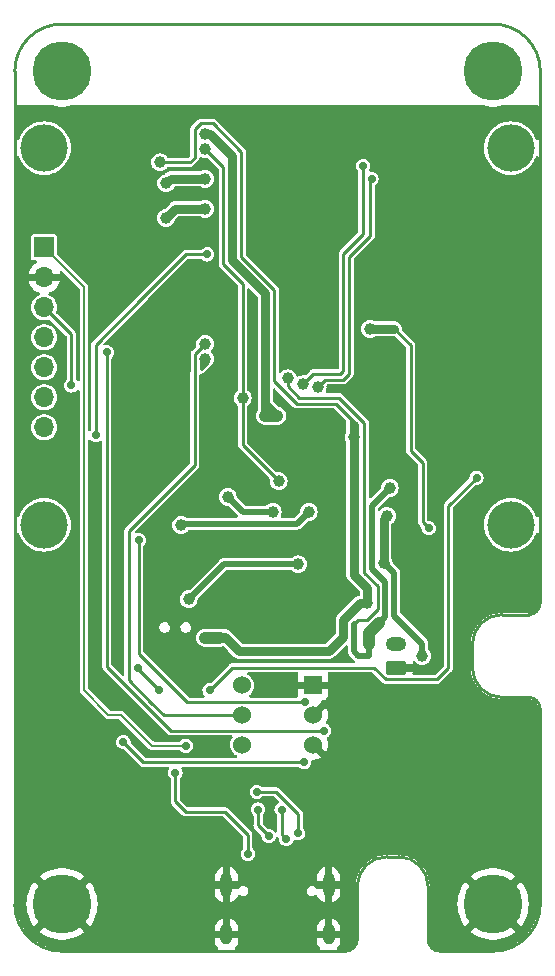
<source format=gbl>
G04 #@! TF.GenerationSoftware,KiCad,Pcbnew,7.0.1*
G04 #@! TF.CreationDate,2023-09-19T14:51:07+09:00*
G04 #@! TF.ProjectId,ESP32-DevKit-Lipo_Rev_C,45535033-322d-4446-9576-4b69742d4c69,C*
G04 #@! TF.SameCoordinates,Original*
G04 #@! TF.FileFunction,Copper,L2,Bot*
G04 #@! TF.FilePolarity,Positive*
%FSLAX46Y46*%
G04 Gerber Fmt 4.6, Leading zero omitted, Abs format (unit mm)*
G04 Created by KiCad (PCBNEW 7.0.1) date 2023-09-19 14:51:07*
%MOMM*%
%LPD*%
G01*
G04 APERTURE LIST*
G04 Aperture macros list*
%AMRoundRect*
0 Rectangle with rounded corners*
0 $1 Rounding radius*
0 $2 $3 $4 $5 $6 $7 $8 $9 X,Y pos of 4 corners*
0 Add a 4 corners polygon primitive as box body*
4,1,4,$2,$3,$4,$5,$6,$7,$8,$9,$2,$3,0*
0 Add four circle primitives for the rounded corners*
1,1,$1+$1,$2,$3*
1,1,$1+$1,$4,$5*
1,1,$1+$1,$6,$7*
1,1,$1+$1,$8,$9*
0 Add four rect primitives between the rounded corners*
20,1,$1+$1,$2,$3,$4,$5,0*
20,1,$1+$1,$4,$5,$6,$7,0*
20,1,$1+$1,$6,$7,$8,$9,0*
20,1,$1+$1,$8,$9,$2,$3,0*%
G04 Aperture macros list end*
G04 #@! TA.AperFunction,ComponentPad*
%ADD10C,1.300000*%
G04 #@! TD*
G04 #@! TA.AperFunction,ComponentPad*
%ADD11C,2.000000*%
G04 #@! TD*
G04 #@! TA.AperFunction,ComponentPad*
%ADD12RoundRect,0.250000X0.625000X-0.350000X0.625000X0.350000X-0.625000X0.350000X-0.625000X-0.350000X0*%
G04 #@! TD*
G04 #@! TA.AperFunction,ComponentPad*
%ADD13O,1.750000X1.200000*%
G04 #@! TD*
G04 #@! TA.AperFunction,ComponentPad*
%ADD14C,0.800000*%
G04 #@! TD*
G04 #@! TA.AperFunction,ComponentPad*
%ADD15C,5.000000*%
G04 #@! TD*
G04 #@! TA.AperFunction,WasherPad*
%ADD16C,4.000000*%
G04 #@! TD*
G04 #@! TA.AperFunction,ComponentPad*
%ADD17R,1.524000X1.524000*%
G04 #@! TD*
G04 #@! TA.AperFunction,ComponentPad*
%ADD18C,1.524000*%
G04 #@! TD*
G04 #@! TA.AperFunction,ComponentPad*
%ADD19R,1.700000X1.700000*%
G04 #@! TD*
G04 #@! TA.AperFunction,ComponentPad*
%ADD20O,1.700000X1.700000*%
G04 #@! TD*
G04 #@! TA.AperFunction,ComponentPad*
%ADD21O,1.000000X2.100000*%
G04 #@! TD*
G04 #@! TA.AperFunction,ComponentPad*
%ADD22O,1.000000X1.800000*%
G04 #@! TD*
G04 #@! TA.AperFunction,SMDPad,CuDef*
%ADD23C,1.000000*%
G04 #@! TD*
G04 #@! TA.AperFunction,ViaPad*
%ADD24C,1.000000*%
G04 #@! TD*
G04 #@! TA.AperFunction,ViaPad*
%ADD25C,0.700000*%
G04 #@! TD*
G04 #@! TA.AperFunction,Conductor*
%ADD26C,0.762000*%
G04 #@! TD*
G04 #@! TA.AperFunction,Conductor*
%ADD27C,0.254000*%
G04 #@! TD*
G04 #@! TA.AperFunction,Conductor*
%ADD28C,1.016000*%
G04 #@! TD*
G04 #@! TA.AperFunction,Conductor*
%ADD29C,0.203200*%
G04 #@! TD*
G04 #@! TA.AperFunction,Conductor*
%ADD30C,0.508000*%
G04 #@! TD*
G04 #@! TA.AperFunction,Profile*
%ADD31C,0.254000*%
G04 #@! TD*
G04 APERTURE END LIST*
D10*
X140710000Y-78222000D03*
X140710000Y-80022000D03*
X140710000Y-81822000D03*
X142510000Y-78222000D03*
D11*
X142510000Y-80022000D03*
D10*
X142510000Y-81822000D03*
X144310000Y-78222000D03*
X144310000Y-80022000D03*
X144310000Y-81822000D03*
D12*
X152700000Y-119000000D03*
D13*
X152700000Y-117000000D03*
D14*
X159025000Y-68500000D03*
X159574175Y-67174175D03*
X159574175Y-69825825D03*
X160900000Y-66625000D03*
D15*
X160900000Y-68500000D03*
D14*
X160900000Y-70375000D03*
X162225825Y-67174175D03*
X162225825Y-69825825D03*
X162775000Y-68500000D03*
D16*
X122900000Y-75000000D03*
X122900000Y-106900000D03*
X162400000Y-75000000D03*
X162400000Y-106900000D03*
D14*
X159025000Y-139000000D03*
X159574175Y-137674175D03*
X159574175Y-140325825D03*
X160900000Y-137125000D03*
D15*
X160900000Y-139000000D03*
D14*
X160900000Y-140875000D03*
X162225825Y-137674175D03*
X162225825Y-140325825D03*
X162775000Y-139000000D03*
D17*
X145650000Y-120500000D03*
D18*
X145650000Y-123000000D03*
X145650000Y-125500000D03*
X139650000Y-120500000D03*
X139650000Y-123000000D03*
X139650000Y-125500000D03*
D14*
X122525000Y-139000000D03*
X123074175Y-137674175D03*
X123074175Y-140325825D03*
X124400000Y-137125000D03*
D15*
X124400000Y-139000000D03*
D14*
X124400000Y-140875000D03*
X125725825Y-137674175D03*
X125725825Y-140325825D03*
X126275000Y-139000000D03*
D19*
X122900000Y-83400000D03*
D20*
X122900000Y-85940000D03*
X122900000Y-88480000D03*
X122900000Y-91020000D03*
X122900000Y-93560000D03*
X122900000Y-96100000D03*
X122900000Y-98640000D03*
D14*
X122525000Y-68500000D03*
X123074175Y-67174175D03*
X123074175Y-69825825D03*
X124400000Y-66625000D03*
D15*
X124400000Y-68500000D03*
D14*
X124400000Y-70375000D03*
X125725825Y-67174175D03*
X125725825Y-69825825D03*
X126275000Y-68500000D03*
D21*
X138330000Y-137375000D03*
D22*
X138330000Y-141575000D03*
D21*
X146970000Y-137375000D03*
D22*
X146970000Y-141575000D03*
D23*
X154900000Y-118000000D03*
D24*
X137668000Y-116459000D03*
X136525000Y-116459000D03*
X132715000Y-76200000D03*
X150241000Y-113538000D03*
X149098000Y-99441000D03*
X132715000Y-118364000D03*
X135255000Y-118364000D03*
X144399000Y-108966000D03*
X145669000Y-108966000D03*
X132842000Y-103251000D03*
X137810000Y-85852000D03*
X144145000Y-72009000D03*
X141605000Y-72009000D03*
X139065000Y-72009000D03*
X136525000Y-72009000D03*
X140335000Y-73025000D03*
X142875000Y-73025000D03*
X145415000Y-73025000D03*
X146558000Y-74295000D03*
X144145000Y-74295000D03*
X141605000Y-74295000D03*
X142875000Y-75565000D03*
X145415000Y-75565000D03*
X149987000Y-96774000D03*
X147320000Y-85725000D03*
X144780000Y-85725000D03*
X147320000Y-78105000D03*
X147320000Y-83185000D03*
X148590000Y-76835000D03*
X147320000Y-75565000D03*
X147320000Y-80645000D03*
X148590000Y-79375000D03*
X148590000Y-81915000D03*
X146050000Y-79375000D03*
X146050000Y-81915000D03*
X146050000Y-76835000D03*
X146050000Y-83820000D03*
X146050000Y-86995000D03*
X143510000Y-86995000D03*
X143510000Y-83820000D03*
X143510000Y-93218000D03*
X144399000Y-97536000D03*
X144399000Y-107823000D03*
X145669000Y-107823000D03*
X137541000Y-107823000D03*
X147955000Y-100584000D03*
X150114000Y-85090000D03*
X146558000Y-72009000D03*
X142289488Y-104471512D03*
X137810000Y-87107000D03*
X147193000Y-97663000D03*
X144018000Y-103123996D03*
X145923000Y-103505000D03*
X150495000Y-72009000D03*
X142301243Y-85683306D03*
D25*
X147200000Y-112600000D03*
D24*
X136652000Y-103251000D03*
X144018000Y-101610160D03*
X137810000Y-88504000D03*
X144448488Y-104471512D03*
X134937500Y-110363000D03*
X136525000Y-90297000D03*
X142621000Y-97663000D03*
X141605000Y-97663000D03*
D25*
X134892000Y-125600000D03*
D24*
X136525000Y-73787000D03*
X139700000Y-96139000D03*
X135128000Y-113195989D03*
X144399000Y-110236000D03*
X142748000Y-103198048D03*
X136525000Y-75057000D03*
D25*
X140150000Y-134750000D03*
X134000000Y-127883458D03*
D24*
X145288008Y-105791000D03*
D25*
X144400000Y-133000000D03*
X140900000Y-129500000D03*
D24*
X134486989Y-106920351D03*
X151638000Y-110109000D03*
X151921689Y-106142311D03*
X136525000Y-91567000D03*
D25*
X127258000Y-99312000D03*
X136698500Y-84000000D03*
D24*
X133223000Y-80899000D03*
X136525000Y-80137000D03*
D25*
X132600000Y-120900000D03*
X130800000Y-119000000D03*
X125200000Y-95100000D03*
X159500000Y-102900000D03*
X136900000Y-120900000D03*
X129600000Y-125300000D03*
X144900000Y-127000000D03*
X128200000Y-92300000D03*
X146600000Y-124330500D03*
X130900000Y-108200000D03*
X145000000Y-121900000D03*
D24*
X150495000Y-90297000D03*
D25*
X155448000Y-107188000D03*
X143000000Y-131000000D03*
X143400000Y-133500000D03*
X141000000Y-131000000D03*
X141900000Y-133250000D03*
X150400000Y-117000000D03*
D24*
X143510000Y-94488000D03*
D25*
X150400000Y-116250000D03*
D24*
X152146000Y-103759020D03*
D25*
X150608500Y-77600000D03*
D24*
X146050000Y-95250000D03*
X138430000Y-104521000D03*
X142232010Y-105783010D03*
X144780000Y-94996000D03*
D25*
X149900000Y-76500000D03*
D24*
X133223000Y-77978000D03*
X136525000Y-77597000D03*
X136517042Y-92832000D03*
D26*
X137033000Y-116459000D02*
X136906000Y-116459000D01*
X149098000Y-99441000D02*
X149098000Y-98806000D01*
D27*
X135636000Y-75819000D02*
X135636000Y-73406000D01*
X144272000Y-96647000D02*
X147574000Y-96647000D01*
D26*
X139400000Y-117600000D02*
X147000000Y-117600000D01*
D27*
X139573000Y-75311000D02*
X139573000Y-84201000D01*
D26*
X150241000Y-112268000D02*
X149098000Y-111125000D01*
D27*
X135636000Y-73406000D02*
X136144000Y-72898000D01*
D26*
X149098000Y-100148106D02*
X149098000Y-99441000D01*
X150241000Y-113538000D02*
X150241000Y-112268000D01*
D27*
X139573000Y-84201000D02*
X142367000Y-86995000D01*
D28*
X137668000Y-116459000D02*
X136525000Y-116459000D01*
D26*
X138167999Y-116367999D02*
X139400000Y-117600000D01*
X138167999Y-116367999D02*
X138076998Y-116459000D01*
X149098000Y-111125000D02*
X149098000Y-100148106D01*
X137668000Y-116459000D02*
X137795000Y-116332000D01*
D27*
X132715000Y-76200000D02*
X135255000Y-76200000D01*
X136144000Y-72898000D02*
X137160000Y-72898000D01*
X149098000Y-98171000D02*
X149098000Y-98425000D01*
D26*
X138076998Y-116459000D02*
X136525000Y-116459000D01*
D27*
X142367000Y-86995000D02*
X142367000Y-94742000D01*
X148844000Y-98552000D02*
X149098000Y-98806000D01*
X148844000Y-97917000D02*
X149098000Y-98171000D01*
D26*
X148209000Y-114947764D02*
X149618764Y-113538000D01*
D27*
X147574000Y-96647000D02*
X148844000Y-97917000D01*
X148844000Y-97917000D02*
X148844000Y-98552000D01*
D26*
X149098000Y-98806000D02*
X149098000Y-98425000D01*
X136906000Y-116459000D02*
X136525000Y-116459000D01*
D27*
X135255000Y-76200000D02*
X135636000Y-75819000D01*
D26*
X148209000Y-116391000D02*
X148209000Y-114947764D01*
X149618764Y-113538000D02*
X150241000Y-113538000D01*
X147000000Y-117600000D02*
X148209000Y-116391000D01*
D27*
X142367000Y-94742000D02*
X144272000Y-96647000D01*
X137160000Y-72898000D02*
X139573000Y-75311000D01*
D28*
X145669000Y-107823000D02*
X147066000Y-107823000D01*
X144399000Y-107823000D02*
X145669000Y-107823000D01*
X138430000Y-101251236D02*
X138430000Y-100838000D01*
X147320000Y-78105000D02*
X147320000Y-80645000D01*
X144145000Y-72009000D02*
X144145000Y-74295000D01*
X147193000Y-102235000D02*
X147193000Y-101981000D01*
X137795000Y-118364000D02*
X132715000Y-118364000D01*
X138430000Y-100838000D02*
X138430000Y-100965000D01*
X144018000Y-104394000D02*
X144095512Y-104471512D01*
X138430000Y-100965000D02*
X138430000Y-102108000D01*
X145923000Y-103505000D02*
X144399000Y-103505000D01*
X144399000Y-97536000D02*
X147193000Y-97536000D01*
X137477500Y-107823000D02*
X137541000Y-107823000D01*
X147193000Y-108966000D02*
X147193000Y-107696000D01*
X146988488Y-104471512D02*
X147193000Y-104267000D01*
X136525000Y-90297000D02*
X137795000Y-90297000D01*
X132842000Y-103378000D02*
X132842000Y-103251000D01*
X144018000Y-103123996D02*
X144018000Y-103124000D01*
X138430000Y-102108000D02*
X138430000Y-102997000D01*
D26*
X133858039Y-97898885D02*
X133349980Y-98406944D01*
D28*
X147320000Y-78105000D02*
X147320000Y-75565000D01*
X145415000Y-73025000D02*
X145415000Y-75565000D01*
X147193000Y-111125000D02*
X147200000Y-112600000D01*
X147193000Y-100584000D02*
X147193000Y-97536000D01*
X147320000Y-83185000D02*
X147320000Y-85725000D01*
X142875000Y-73025000D02*
X142875000Y-75565000D01*
X146050000Y-76200000D02*
X145415000Y-75565000D01*
X144018000Y-103124000D02*
X144018000Y-104394000D01*
X140429764Y-103251000D02*
X141650276Y-104471512D01*
X146050000Y-81915000D02*
X146050000Y-84455000D01*
X147193000Y-107696000D02*
X147193000Y-105537000D01*
X145923000Y-103505000D02*
X144956488Y-104471512D01*
X148590000Y-79375000D02*
X148590000Y-81915000D01*
D26*
X133349979Y-100203021D02*
X132842000Y-100711000D01*
D28*
X146050000Y-76835000D02*
X146050000Y-76200000D01*
X148590000Y-76835000D02*
X148590000Y-79375000D01*
X146127512Y-104471512D02*
X146988488Y-104471512D01*
X143510000Y-92964000D02*
X143510000Y-86995000D01*
X145923000Y-103505000D02*
X147193000Y-102235000D01*
X142289488Y-104471512D02*
X144095512Y-104471512D01*
X133858000Y-113792000D02*
X133858000Y-111442500D01*
X144956488Y-104471512D02*
X144448488Y-104471512D01*
X137287000Y-103251000D02*
X137160000Y-103251000D01*
X138430000Y-101473000D02*
X138430000Y-100965000D01*
X139700000Y-103251000D02*
X140429764Y-103251000D01*
X150495000Y-72009000D02*
X148336000Y-72009000D01*
X148590000Y-72263000D02*
X148336000Y-72009000D01*
D26*
X133349980Y-98406944D02*
X133349979Y-100203021D01*
D28*
X137810000Y-85852000D02*
X137810000Y-90282000D01*
X146050000Y-76835000D02*
X146050000Y-79375000D01*
X147193000Y-103378000D02*
X147193000Y-102743000D01*
X144956488Y-104471512D02*
X146127512Y-104471512D01*
X144095512Y-104471512D02*
X144448488Y-104471512D01*
X145669000Y-108966000D02*
X147193000Y-108966000D01*
X138430000Y-102997000D02*
X138176000Y-103251000D01*
X136652000Y-103251000D02*
X138430000Y-101473000D01*
X141650276Y-104471512D02*
X142289488Y-104471512D01*
X147066000Y-103505000D02*
X147193000Y-103378000D01*
D26*
X132842000Y-100711000D02*
X132842000Y-101915646D01*
D28*
X147193000Y-102743000D02*
X147193000Y-101981000D01*
X145923000Y-103505000D02*
X147066000Y-103505000D01*
D26*
X132842000Y-101915646D02*
X132842000Y-103378000D01*
D28*
X147200000Y-112600000D02*
X147193000Y-112477000D01*
X140429764Y-103251000D02*
X138430000Y-101251236D01*
D26*
X134873996Y-93791356D02*
X133858039Y-94807313D01*
D28*
X136652000Y-103251000D02*
X137160000Y-103251000D01*
D26*
X134873996Y-91567005D02*
X134873996Y-93791356D01*
D28*
X137160000Y-103251000D02*
X138176000Y-103251000D01*
X147193000Y-112394000D02*
X147193000Y-111125000D01*
X137795000Y-90297000D02*
X137810000Y-90282000D01*
X147066000Y-107823000D02*
X147193000Y-107696000D01*
X146050000Y-84455000D02*
X146050000Y-86995000D01*
X147193000Y-100584000D02*
X147955000Y-100584000D01*
X136367001Y-114457999D02*
X134523999Y-114457999D01*
X144018000Y-101727000D02*
X144018000Y-103123996D01*
D26*
X133858039Y-94807313D02*
X133858039Y-97898885D01*
D28*
X147193000Y-111125000D02*
X147193000Y-108966000D01*
X144399000Y-108966000D02*
X144399000Y-107823000D01*
X147193000Y-104267000D02*
X147193000Y-103378000D01*
X144399000Y-103505000D02*
X144018000Y-103124000D01*
X145669000Y-108966000D02*
X145669000Y-107823000D01*
X144399000Y-108966000D02*
X145669000Y-108966000D01*
D26*
X136525000Y-90297000D02*
X136144001Y-90297000D01*
D28*
X138430000Y-90932000D02*
X138430000Y-100838000D01*
X147193000Y-101981000D02*
X147193000Y-100584000D01*
X138176000Y-103251000D02*
X139700000Y-103251000D01*
X134523999Y-114457999D02*
X133858000Y-113792000D01*
X138430000Y-102108000D02*
X137287000Y-103251000D01*
X133858000Y-111442500D02*
X134937500Y-110363000D01*
X147320000Y-80645000D02*
X147320000Y-83185000D01*
X148590000Y-76835000D02*
X148590000Y-72263000D01*
X134937500Y-110363000D02*
X137477500Y-107823000D01*
X139573000Y-103251000D02*
X139700000Y-103251000D01*
X144018000Y-97917000D02*
X144018000Y-101727000D01*
X146050000Y-79375000D02*
X146050000Y-81915000D01*
X144448488Y-104471512D02*
X144448488Y-104471512D01*
X144399000Y-97536000D02*
X144018000Y-97917000D01*
X146127512Y-104471512D02*
X147193000Y-105537000D01*
D26*
X136144001Y-90297000D02*
X134873996Y-91567005D01*
D28*
X143510000Y-83820000D02*
X143510000Y-86995000D01*
X138430000Y-102108000D02*
X139573000Y-103251000D01*
X148336000Y-72009000D02*
X146558000Y-72009000D01*
X147193000Y-105537000D02*
X147193000Y-104267000D01*
X138348000Y-112477000D02*
X136367001Y-114457999D01*
X137795000Y-90297000D02*
X138430000Y-90932000D01*
X137541000Y-107823000D02*
X144399000Y-107823000D01*
D29*
X128334000Y-123000000D02*
X126242000Y-120908000D01*
X134892000Y-125600000D02*
X132000000Y-125600000D01*
X126242000Y-120908000D02*
X126242000Y-86742000D01*
X126242000Y-86742000D02*
X122900000Y-83400000D01*
D26*
X138810989Y-75691989D02*
X136906000Y-73787000D01*
X141605000Y-97663000D02*
X141605000Y-87310646D01*
X142621000Y-97663000D02*
X141605000Y-96647000D01*
D28*
X141605000Y-97663000D02*
X142621000Y-97663000D01*
D26*
X138810989Y-84516635D02*
X138810989Y-75691989D01*
D29*
X129400000Y-123000000D02*
X128334000Y-123000000D01*
X132000000Y-125600000D02*
X129400000Y-123000000D01*
D26*
X141605000Y-87310646D02*
X138810989Y-84516635D01*
X136906000Y-73787000D02*
X136525000Y-73787000D01*
D30*
X144399000Y-110236000D02*
X138087989Y-110236000D01*
D27*
X139700000Y-100150048D02*
X142248001Y-102698049D01*
X139700000Y-86483292D02*
X139700000Y-100150048D01*
D30*
X138087989Y-110236000D02*
X135128000Y-113195989D01*
D27*
X142248001Y-102698049D02*
X142748000Y-103198048D01*
X138048978Y-76580978D02*
X138048978Y-84832270D01*
X136525000Y-75057000D02*
X138048978Y-76580978D01*
X138048978Y-84832270D02*
X139700000Y-86483292D01*
X138210000Y-131200000D02*
X140150000Y-133140000D01*
X134000000Y-127883458D02*
X134000000Y-130300000D01*
X142533791Y-129500000D02*
X140900000Y-129500000D01*
X144400000Y-133000000D02*
X144400000Y-131366209D01*
D30*
X134486989Y-106920351D02*
X134608341Y-106798999D01*
D27*
X144400000Y-131366209D02*
X142533791Y-129500000D01*
D30*
X134608341Y-106798999D02*
X144280009Y-106798999D01*
D27*
X140150000Y-133140000D02*
X140150000Y-134750000D01*
D30*
X144788009Y-106290999D02*
X145288008Y-105791000D01*
D27*
X134900000Y-131200000D02*
X138210000Y-131200000D01*
D30*
X144280009Y-106798999D02*
X144788009Y-106290999D01*
D27*
X134000000Y-130300000D02*
X134900000Y-131200000D01*
D30*
X152527000Y-110998000D02*
X152527000Y-114577178D01*
D26*
X151638000Y-110109000D02*
X151638000Y-106426000D01*
D30*
X154900000Y-116950178D02*
X154900000Y-118000000D01*
D26*
X151638000Y-106426000D02*
X151921689Y-106142311D01*
D30*
X152527000Y-114577178D02*
X154900000Y-116950178D01*
X151638000Y-110109000D02*
X152527000Y-110998000D01*
D27*
X130069000Y-107408236D02*
X135636001Y-101841235D01*
X130069000Y-120069000D02*
X130069000Y-107408236D01*
X135636001Y-101841235D02*
X135636001Y-92455999D01*
X139650000Y-123000000D02*
X133000000Y-123000000D01*
X133000000Y-123000000D02*
X131950000Y-121950000D01*
X131950000Y-121950000D02*
X130069000Y-120069000D01*
X135636001Y-92455999D02*
X136525000Y-91567000D01*
X127258000Y-91642000D02*
X127258000Y-99312000D01*
X131300000Y-87600000D02*
X134900000Y-84000000D01*
X131300000Y-87600000D02*
X127258000Y-91642000D01*
X134900000Y-84000000D02*
X136698500Y-84000000D01*
D26*
X136525000Y-80137000D02*
X133985000Y-80137000D01*
X133985000Y-80137000D02*
X133223000Y-80899000D01*
D27*
X157100000Y-105300000D02*
X159500000Y-102900000D01*
X125200000Y-95100000D02*
X125200000Y-90780000D01*
X156169000Y-119981000D02*
X157100000Y-119050000D01*
X138800000Y-119000000D02*
X150832631Y-119000000D01*
X157100000Y-119050000D02*
X157100000Y-105300000D01*
X136900000Y-120900000D02*
X138800000Y-119000000D01*
X130800000Y-119100000D02*
X130800000Y-119000000D01*
X150832631Y-119000000D02*
X151813631Y-119981000D01*
X125200000Y-90780000D02*
X122900000Y-88480000D01*
X151813631Y-119981000D02*
X156169000Y-119981000D01*
X132600000Y-120900000D02*
X130800000Y-119100000D01*
X131300000Y-127000000D02*
X129600000Y-125300000D01*
X144900000Y-127000000D02*
X131300000Y-127000000D01*
X133612080Y-124330500D02*
X128200000Y-118918420D01*
X128200000Y-118918420D02*
X128200000Y-92300000D01*
X146600000Y-124330500D02*
X133612080Y-124330500D01*
X145000000Y-121900000D02*
X134993764Y-121900000D01*
X130900000Y-117806236D02*
X130900000Y-108200000D01*
X134993764Y-121900000D02*
X130900000Y-117806236D01*
X153923980Y-100631236D02*
X154939999Y-101647255D01*
X154939999Y-101647255D02*
X154939999Y-106679999D01*
X154939999Y-106679999D02*
X155448000Y-107188000D01*
D26*
X151202106Y-90297000D02*
X152527000Y-90297000D01*
X150495000Y-90297000D02*
X151202106Y-90297000D01*
D27*
X152527000Y-90297000D02*
X153923980Y-91693980D01*
X153923980Y-91693980D02*
X153923980Y-100631236D01*
X143000000Y-133100000D02*
X143400000Y-133500000D01*
X143000000Y-131000000D02*
X143000000Y-133100000D01*
X141000000Y-132350000D02*
X141900000Y-133250000D01*
X141000000Y-131000000D02*
X141000000Y-132350000D01*
D30*
X150400000Y-117000000D02*
X150368000Y-117032000D01*
X151765000Y-111760000D02*
X151765000Y-114681000D01*
X149479000Y-117983000D02*
X149098000Y-117602000D01*
X150622000Y-110617000D02*
X151765000Y-111760000D01*
X150368000Y-116968000D02*
X150400000Y-117000000D01*
D28*
X150368000Y-116238020D02*
X150400000Y-116250000D01*
D30*
X150622000Y-105283020D02*
X150622000Y-110617000D01*
D27*
X149987000Y-98236354D02*
X147889635Y-96138989D01*
X147889635Y-96138989D02*
X144482425Y-96138989D01*
X149479000Y-114935000D02*
X150241000Y-114935000D01*
D30*
X149098000Y-117602000D02*
X149098000Y-115316000D01*
X150622000Y-105283020D02*
X152146000Y-103759020D01*
D27*
X149098000Y-115316000D02*
X149479000Y-114935000D01*
D30*
X150355300Y-116225320D02*
X150355300Y-116090700D01*
X151765000Y-114681000D02*
X151257000Y-115189000D01*
D27*
X143510000Y-95166564D02*
X143510000Y-94488000D01*
D28*
X150400000Y-116250000D02*
X150368000Y-116967000D01*
D30*
X150368000Y-117983000D02*
X149479000Y-117983000D01*
D28*
X150355300Y-116090700D02*
X151257000Y-115189000D01*
D27*
X151130000Y-114046000D02*
X151130000Y-112077500D01*
D30*
X150368000Y-117032000D02*
X150368000Y-117983000D01*
D27*
X149987000Y-110934500D02*
X149987000Y-98236354D01*
X144482425Y-96138989D02*
X143510000Y-95166564D01*
D30*
X150368000Y-116967000D02*
X150368000Y-116968000D01*
D27*
X151130000Y-112077500D02*
X149987000Y-110934500D01*
D28*
X150355300Y-116225320D02*
X150368000Y-116238020D01*
D30*
X152146000Y-103759020D02*
X152146000Y-103759000D01*
D27*
X150241000Y-114935000D02*
X151130000Y-114046000D01*
X148209000Y-94615000D02*
X148717000Y-94107000D01*
X148717000Y-84201000D02*
X150509000Y-82409000D01*
X148717000Y-94107000D02*
X148717000Y-84201000D01*
X150509000Y-82409000D02*
X150509000Y-77699500D01*
X146050000Y-95250000D02*
X146685000Y-94615000D01*
X146685000Y-94615000D02*
X148209000Y-94615000D01*
X150509000Y-77699500D02*
X150608500Y-77600000D01*
D30*
X141524904Y-105783010D02*
X142232010Y-105783010D01*
X139692010Y-105783010D02*
X141524904Y-105783010D01*
X138430000Y-104521000D02*
X139692010Y-105783010D01*
D27*
X149878000Y-76522000D02*
X149900000Y-76500000D01*
X145669000Y-94107000D02*
X147955000Y-94107000D01*
X148209000Y-93853000D02*
X148209000Y-83947000D01*
X149878000Y-82278000D02*
X149878000Y-76522000D01*
X144780000Y-94996000D02*
X145669000Y-94107000D01*
X148209000Y-83947000D02*
X149878000Y-82278000D01*
X147955000Y-94107000D02*
X148209000Y-93853000D01*
D26*
X136525000Y-77597000D02*
X133604000Y-77597000D01*
X133604000Y-77597000D02*
X133223000Y-77978000D01*
D27*
X136144000Y-93726000D02*
X136144000Y-93205042D01*
X136398000Y-93472000D02*
X136777521Y-93092479D01*
X136144000Y-93218000D02*
X136398000Y-93472000D01*
X136144000Y-92666434D02*
X136249217Y-92561217D01*
X136777521Y-93092479D02*
X136517042Y-92832000D01*
X136144000Y-93205042D02*
X136144000Y-92666434D01*
X136144000Y-93726000D02*
X136398000Y-93472000D01*
X136144000Y-93205042D02*
X136144000Y-93218000D01*
X136144000Y-93205042D02*
X136517042Y-92832000D01*
X136144000Y-93205042D02*
X136512042Y-93205042D01*
G04 #@! TA.AperFunction,Conductor*
G36*
X123428910Y-71347599D02*
G01*
X123535827Y-71386513D01*
X123876784Y-71467322D01*
X124224804Y-71508000D01*
X124575196Y-71508000D01*
X124923215Y-71467322D01*
X125264172Y-71386513D01*
X125371090Y-71347599D01*
X125414184Y-71340000D01*
X159885816Y-71340000D01*
X159928910Y-71347599D01*
X160035827Y-71386513D01*
X160376784Y-71467322D01*
X160724804Y-71508000D01*
X161075196Y-71508000D01*
X161423215Y-71467322D01*
X161764172Y-71386513D01*
X161871090Y-71347599D01*
X161914184Y-71340000D01*
X164646500Y-71340000D01*
X164709500Y-71356881D01*
X164755619Y-71403000D01*
X164772500Y-71466000D01*
X164772500Y-74212227D01*
X164753062Y-74279462D01*
X164700744Y-74325953D01*
X164631690Y-74337354D01*
X164567206Y-74310147D01*
X164527187Y-74252728D01*
X164487357Y-74135393D01*
X164480817Y-74122132D01*
X164356643Y-73870332D01*
X164192453Y-73624603D01*
X164192452Y-73624601D01*
X163997593Y-73402406D01*
X163775397Y-73207547D01*
X163529671Y-73043358D01*
X163264607Y-72912642D01*
X162984761Y-72817648D01*
X162694902Y-72759991D01*
X162400000Y-72740663D01*
X162105097Y-72759991D01*
X161815238Y-72817648D01*
X161535393Y-72912642D01*
X161270329Y-73043358D01*
X161024601Y-73207547D01*
X160802406Y-73402406D01*
X160607547Y-73624601D01*
X160443358Y-73870329D01*
X160312642Y-74135393D01*
X160217648Y-74415238D01*
X160159991Y-74705097D01*
X160140663Y-75000000D01*
X160159991Y-75294902D01*
X160217648Y-75584761D01*
X160312642Y-75864607D01*
X160443358Y-76129671D01*
X160607547Y-76375397D01*
X160802406Y-76597593D01*
X160997265Y-76768479D01*
X161024603Y-76792453D01*
X161270331Y-76956643D01*
X161376764Y-77009130D01*
X161535392Y-77087357D01*
X161787785Y-77173032D01*
X161815241Y-77182352D01*
X162105097Y-77240008D01*
X162400000Y-77259337D01*
X162694903Y-77240008D01*
X162984759Y-77182352D01*
X163078042Y-77150686D01*
X163264607Y-77087357D01*
X163295813Y-77071968D01*
X163529669Y-76956643D01*
X163775397Y-76792453D01*
X163997593Y-76597593D01*
X164192453Y-76375397D01*
X164356643Y-76129669D01*
X164487355Y-75864611D01*
X164487356Y-75864607D01*
X164487357Y-75864606D01*
X164527187Y-75747272D01*
X164567206Y-75689853D01*
X164631690Y-75662646D01*
X164700744Y-75674047D01*
X164753062Y-75720538D01*
X164772500Y-75787773D01*
X164772500Y-106112227D01*
X164753062Y-106179462D01*
X164700744Y-106225953D01*
X164631690Y-106237354D01*
X164567206Y-106210147D01*
X164527187Y-106152728D01*
X164487357Y-106035393D01*
X164446214Y-105951964D01*
X164356643Y-105770332D01*
X164208546Y-105548688D01*
X164192452Y-105524601D01*
X163997593Y-105302406D01*
X163775397Y-105107547D01*
X163529671Y-104943358D01*
X163264607Y-104812642D01*
X162984761Y-104717648D01*
X162694902Y-104659991D01*
X162400000Y-104640663D01*
X162105097Y-104659991D01*
X161815238Y-104717648D01*
X161535393Y-104812642D01*
X161270329Y-104943358D01*
X161024601Y-105107547D01*
X160802406Y-105302406D01*
X160607547Y-105524601D01*
X160443358Y-105770329D01*
X160312642Y-106035393D01*
X160217648Y-106315238D01*
X160159991Y-106605097D01*
X160140663Y-106899999D01*
X160159991Y-107194902D01*
X160217648Y-107484761D01*
X160312642Y-107764607D01*
X160443358Y-108029671D01*
X160607547Y-108275397D01*
X160802406Y-108497593D01*
X160997266Y-108668479D01*
X161024603Y-108692453D01*
X161270331Y-108856643D01*
X161402860Y-108921999D01*
X161535392Y-108987357D01*
X161815238Y-109082351D01*
X161815241Y-109082352D01*
X162105097Y-109140008D01*
X162400000Y-109159337D01*
X162694903Y-109140008D01*
X162984759Y-109082352D01*
X163078042Y-109050686D01*
X163264607Y-108987357D01*
X163271588Y-108983914D01*
X163529669Y-108856643D01*
X163775397Y-108692453D01*
X163997593Y-108497593D01*
X164192453Y-108275397D01*
X164356643Y-108029669D01*
X164487355Y-107764611D01*
X164487356Y-107764607D01*
X164487357Y-107764606D01*
X164527187Y-107647272D01*
X164567206Y-107589853D01*
X164631690Y-107562646D01*
X164700744Y-107574047D01*
X164753062Y-107620538D01*
X164772500Y-107687773D01*
X164772500Y-113493813D01*
X164771893Y-113506164D01*
X164756951Y-113657862D01*
X164752133Y-113682086D01*
X164709686Y-113822017D01*
X164700233Y-113844838D01*
X164631307Y-113973789D01*
X164617585Y-113994326D01*
X164524824Y-114107357D01*
X164507357Y-114124824D01*
X164394326Y-114217585D01*
X164373789Y-114231307D01*
X164244838Y-114300233D01*
X164222017Y-114309686D01*
X164082086Y-114352133D01*
X164057862Y-114356951D01*
X163924657Y-114370071D01*
X163906161Y-114371893D01*
X163893813Y-114372500D01*
X161679101Y-114372500D01*
X161650000Y-114372500D01*
X161502443Y-114372500D01*
X161359870Y-114388564D01*
X161209182Y-114405542D01*
X160921465Y-114471213D01*
X160642915Y-114568681D01*
X160377026Y-114696726D01*
X160127149Y-114853733D01*
X159896409Y-115037743D01*
X159687743Y-115246409D01*
X159503733Y-115477149D01*
X159346726Y-115727026D01*
X159218681Y-115992915D01*
X159121213Y-116271465D01*
X159055542Y-116559182D01*
X159047077Y-116634315D01*
X159022500Y-116852443D01*
X159022500Y-116962563D01*
X159022500Y-118970899D01*
X159022500Y-119000000D01*
X159022500Y-119147557D01*
X159037447Y-119280219D01*
X159055542Y-119440817D01*
X159071327Y-119509974D01*
X159103452Y-119650722D01*
X159121213Y-119728534D01*
X159218681Y-120007084D01*
X159346726Y-120272973D01*
X159503733Y-120522850D01*
X159687743Y-120753590D01*
X159896409Y-120962256D01*
X159896413Y-120962259D01*
X159896416Y-120962262D01*
X160127145Y-121146263D01*
X160127149Y-121146266D01*
X160356354Y-121290284D01*
X160377026Y-121303273D01*
X160642915Y-121431318D01*
X160921469Y-121528788D01*
X161209184Y-121594458D01*
X161502443Y-121627500D01*
X161612563Y-121627500D01*
X161650000Y-121627500D01*
X161679101Y-121627500D01*
X163870899Y-121627500D01*
X163893813Y-121627500D01*
X163906162Y-121628106D01*
X164057862Y-121643048D01*
X164082086Y-121647866D01*
X164222017Y-121690313D01*
X164244835Y-121699764D01*
X164364064Y-121763494D01*
X164373789Y-121768692D01*
X164394325Y-121782413D01*
X164507359Y-121875177D01*
X164524824Y-121892642D01*
X164617585Y-122005673D01*
X164631307Y-122026210D01*
X164700233Y-122155161D01*
X164709686Y-122177982D01*
X164752133Y-122317913D01*
X164756951Y-122342137D01*
X164771893Y-122493836D01*
X164772500Y-122506187D01*
X164772500Y-138996912D01*
X164772348Y-139003095D01*
X164754156Y-139373388D01*
X164752944Y-139385693D01*
X164698999Y-139749359D01*
X164696587Y-139761487D01*
X164607255Y-140118120D01*
X164603666Y-140129952D01*
X164479808Y-140476114D01*
X164475076Y-140487538D01*
X164317885Y-140819889D01*
X164312056Y-140830794D01*
X164123046Y-141146139D01*
X164116176Y-141156420D01*
X163897170Y-141451716D01*
X163889326Y-141461274D01*
X163642428Y-141733684D01*
X163633684Y-141742428D01*
X163361274Y-141989326D01*
X163351716Y-141997170D01*
X163056420Y-142216176D01*
X163046139Y-142223046D01*
X162730794Y-142412056D01*
X162719889Y-142417885D01*
X162387538Y-142575076D01*
X162376114Y-142579808D01*
X162029952Y-142703666D01*
X162018120Y-142707255D01*
X161661487Y-142796587D01*
X161649359Y-142798999D01*
X161285693Y-142852944D01*
X161273388Y-142854156D01*
X160924760Y-142871283D01*
X160903093Y-142872348D01*
X160896912Y-142872500D01*
X156406187Y-142872500D01*
X156393838Y-142871893D01*
X156373023Y-142869843D01*
X156242137Y-142856951D01*
X156217913Y-142852133D01*
X156077982Y-142809686D01*
X156055161Y-142800233D01*
X155926210Y-142731307D01*
X155905673Y-142717585D01*
X155792642Y-142624824D01*
X155775175Y-142607357D01*
X155752566Y-142579808D01*
X155682413Y-142494325D01*
X155668692Y-142473789D01*
X155599766Y-142344838D01*
X155590313Y-142322017D01*
X155547866Y-142182086D01*
X155543048Y-142157861D01*
X155528107Y-142006163D01*
X155527500Y-141993813D01*
X155527500Y-141339966D01*
X159009045Y-141339966D01*
X159100700Y-141416874D01*
X159393450Y-141609418D01*
X159706579Y-141766677D01*
X160035827Y-141886513D01*
X160376784Y-141967322D01*
X160724804Y-142008000D01*
X161075196Y-142008000D01*
X161423215Y-141967322D01*
X161764172Y-141886513D01*
X162093420Y-141766677D01*
X162406549Y-141609418D01*
X162699299Y-141416874D01*
X162790953Y-141339966D01*
X162790953Y-141339965D01*
X160900001Y-139449013D01*
X160899999Y-139449013D01*
X159009045Y-141339965D01*
X159009045Y-141339966D01*
X155527500Y-141339966D01*
X155527500Y-139000000D01*
X157886901Y-139000000D01*
X157907275Y-139349797D01*
X157968120Y-139694868D01*
X158068615Y-140030544D01*
X158207396Y-140352276D01*
X158382590Y-140655720D01*
X158558704Y-140892282D01*
X160450987Y-139000001D01*
X161349013Y-139000001D01*
X163241294Y-140892282D01*
X163241295Y-140892282D01*
X163417406Y-140655726D01*
X163592603Y-140352276D01*
X163731384Y-140030544D01*
X163831879Y-139694868D01*
X163892724Y-139349797D01*
X163913098Y-139000000D01*
X163892724Y-138650202D01*
X163831879Y-138305131D01*
X163731384Y-137969455D01*
X163592603Y-137647723D01*
X163417406Y-137344273D01*
X163241294Y-137107716D01*
X161349013Y-138999999D01*
X161349013Y-139000001D01*
X160450987Y-139000001D01*
X160450987Y-138999999D01*
X158558704Y-137107716D01*
X158382590Y-137344280D01*
X158207396Y-137647723D01*
X158068615Y-137969455D01*
X157968120Y-138305131D01*
X157907275Y-138650202D01*
X157886901Y-139000000D01*
X155527500Y-139000000D01*
X155527500Y-137352446D01*
X155511904Y-137214027D01*
X155494458Y-137059184D01*
X155428788Y-136771469D01*
X155389795Y-136660032D01*
X159009045Y-136660032D01*
X160899999Y-138550987D01*
X160900001Y-138550987D01*
X162790953Y-136660033D01*
X162790953Y-136660032D01*
X162699299Y-136583125D01*
X162406549Y-136390581D01*
X162093420Y-136233322D01*
X161764172Y-136113486D01*
X161423215Y-136032677D01*
X161075196Y-135992000D01*
X160724804Y-135992000D01*
X160376784Y-136032677D01*
X160035827Y-136113486D01*
X159706579Y-136233322D01*
X159393450Y-136390581D01*
X159100701Y-136583125D01*
X159009045Y-136660032D01*
X155389795Y-136660032D01*
X155331318Y-136492915D01*
X155203273Y-136227026D01*
X155046266Y-135977149D01*
X154862256Y-135746409D01*
X154653590Y-135537743D01*
X154422850Y-135353733D01*
X154172973Y-135196726D01*
X153907084Y-135068681D01*
X153628534Y-134971213D01*
X153628533Y-134971212D01*
X153628531Y-134971212D01*
X153461644Y-134933120D01*
X153340817Y-134905542D01*
X153267501Y-134897281D01*
X153047557Y-134872500D01*
X152937437Y-134872500D01*
X151929101Y-134872500D01*
X151900000Y-134872500D01*
X151752443Y-134872500D01*
X151576487Y-134892325D01*
X151459182Y-134905542D01*
X151171465Y-134971213D01*
X150892915Y-135068681D01*
X150627026Y-135196726D01*
X150377149Y-135353733D01*
X150146409Y-135537743D01*
X149937743Y-135746409D01*
X149753733Y-135977149D01*
X149596726Y-136227026D01*
X149468681Y-136492915D01*
X149371213Y-136771465D01*
X149305542Y-137059182D01*
X149272500Y-137352446D01*
X149272500Y-141993813D01*
X149271893Y-142006164D01*
X149256951Y-142157862D01*
X149252133Y-142182086D01*
X149209686Y-142322017D01*
X149200233Y-142344838D01*
X149131307Y-142473789D01*
X149117585Y-142494326D01*
X149024824Y-142607357D01*
X149007357Y-142624824D01*
X148894326Y-142717585D01*
X148873789Y-142731307D01*
X148744838Y-142800233D01*
X148722017Y-142809686D01*
X148582086Y-142852133D01*
X148557862Y-142856951D01*
X148424657Y-142870071D01*
X148406161Y-142871893D01*
X148393813Y-142872500D01*
X147803838Y-142872500D01*
X147736428Y-142852952D01*
X147689935Y-142800372D01*
X147678786Y-142731077D01*
X147706438Y-142666567D01*
X147812176Y-142537723D01*
X147905776Y-142362609D01*
X147963415Y-142172603D01*
X147978000Y-142024521D01*
X147978000Y-141892500D01*
X145962000Y-141892500D01*
X145962000Y-142024521D01*
X145976584Y-142172603D01*
X146034223Y-142362609D01*
X146127823Y-142537723D01*
X146233562Y-142666567D01*
X146261214Y-142731077D01*
X146250065Y-142800372D01*
X146203572Y-142852952D01*
X146136162Y-142872500D01*
X139163838Y-142872500D01*
X139096428Y-142852952D01*
X139049935Y-142800372D01*
X139038786Y-142731077D01*
X139066438Y-142666567D01*
X139172176Y-142537723D01*
X139265776Y-142362609D01*
X139323415Y-142172603D01*
X139338000Y-142024521D01*
X139338000Y-141892500D01*
X137322000Y-141892500D01*
X137322000Y-142024521D01*
X137336584Y-142172603D01*
X137394223Y-142362609D01*
X137487823Y-142537723D01*
X137593562Y-142666567D01*
X137621214Y-142731077D01*
X137610065Y-142800372D01*
X137563572Y-142852952D01*
X137496162Y-142872500D01*
X124403088Y-142872500D01*
X124396906Y-142872348D01*
X124373814Y-142871213D01*
X124026611Y-142854156D01*
X124014306Y-142852944D01*
X123650640Y-142798999D01*
X123638512Y-142796587D01*
X123281879Y-142707255D01*
X123270047Y-142703666D01*
X122923885Y-142579808D01*
X122912461Y-142575076D01*
X122580110Y-142417885D01*
X122569205Y-142412056D01*
X122253860Y-142223046D01*
X122243579Y-142216176D01*
X121948283Y-141997170D01*
X121938725Y-141989326D01*
X121918394Y-141970899D01*
X121666309Y-141742422D01*
X121657577Y-141733690D01*
X121410668Y-141461268D01*
X121402834Y-141451722D01*
X121319950Y-141339966D01*
X122509045Y-141339966D01*
X122600700Y-141416874D01*
X122893450Y-141609418D01*
X123206579Y-141766677D01*
X123535827Y-141886513D01*
X123876784Y-141967322D01*
X124224804Y-142008000D01*
X124575196Y-142008000D01*
X124923215Y-141967322D01*
X125264172Y-141886513D01*
X125593420Y-141766677D01*
X125906549Y-141609418D01*
X126199299Y-141416874D01*
X126290953Y-141339966D01*
X126290953Y-141339965D01*
X126208488Y-141257500D01*
X137322000Y-141257500D01*
X138012500Y-141257500D01*
X138012500Y-140217957D01*
X138647500Y-140217957D01*
X138647500Y-141257500D01*
X139338000Y-141257500D01*
X145962000Y-141257500D01*
X146652500Y-141257500D01*
X146652500Y-140217957D01*
X147287500Y-140217957D01*
X147287500Y-141257500D01*
X147978000Y-141257500D01*
X147978000Y-141125479D01*
X147963415Y-140977396D01*
X147905776Y-140787390D01*
X147812176Y-140612276D01*
X147686212Y-140458787D01*
X147532723Y-140332823D01*
X147357614Y-140239225D01*
X147287500Y-140217957D01*
X146652500Y-140217957D01*
X146582385Y-140239225D01*
X146407276Y-140332823D01*
X146253787Y-140458787D01*
X146127823Y-140612276D01*
X146034223Y-140787390D01*
X145976584Y-140977396D01*
X145962000Y-141125479D01*
X145962000Y-141257500D01*
X139338000Y-141257500D01*
X139338000Y-141125479D01*
X139323415Y-140977396D01*
X139265776Y-140787390D01*
X139172176Y-140612276D01*
X139046212Y-140458787D01*
X138892723Y-140332823D01*
X138717614Y-140239225D01*
X138647500Y-140217957D01*
X138012500Y-140217957D01*
X137942385Y-140239225D01*
X137767276Y-140332823D01*
X137613787Y-140458787D01*
X137487823Y-140612276D01*
X137394223Y-140787390D01*
X137336584Y-140977396D01*
X137322000Y-141125479D01*
X137322000Y-141257500D01*
X126208488Y-141257500D01*
X124400001Y-139449013D01*
X124399999Y-139449013D01*
X122509045Y-141339965D01*
X122509045Y-141339966D01*
X121319950Y-141339966D01*
X121183823Y-141156420D01*
X121176953Y-141146139D01*
X120987943Y-140830794D01*
X120982114Y-140819889D01*
X120910732Y-140668965D01*
X120824918Y-140487525D01*
X120820196Y-140476126D01*
X120696331Y-140129948D01*
X120692744Y-140118120D01*
X120670807Y-140030544D01*
X120603412Y-139761487D01*
X120601000Y-139749359D01*
X120547055Y-139385693D01*
X120545843Y-139373387D01*
X120527652Y-139003094D01*
X120527576Y-138999999D01*
X121386901Y-138999999D01*
X121407275Y-139349797D01*
X121468120Y-139694868D01*
X121568615Y-140030544D01*
X121707396Y-140352276D01*
X121882590Y-140655720D01*
X122058704Y-140892282D01*
X123950987Y-139000001D01*
X124849013Y-139000001D01*
X126741294Y-140892282D01*
X126741295Y-140892282D01*
X126917406Y-140655726D01*
X127092603Y-140352276D01*
X127231384Y-140030544D01*
X127331879Y-139694868D01*
X127392724Y-139349797D01*
X127413098Y-138999999D01*
X127392724Y-138650202D01*
X127331879Y-138305131D01*
X127231384Y-137969455D01*
X127111918Y-137692500D01*
X137322000Y-137692500D01*
X137322000Y-137974521D01*
X137336584Y-138122603D01*
X137394223Y-138312609D01*
X137487823Y-138487723D01*
X137613787Y-138641212D01*
X137767276Y-138767176D01*
X137942385Y-138860774D01*
X138012500Y-138882043D01*
X138647500Y-138882043D01*
X138717614Y-138860774D01*
X138892723Y-138767176D01*
X139046212Y-138641212D01*
X139172176Y-138487723D01*
X139265774Y-138312613D01*
X139276923Y-138275862D01*
X139310615Y-138221183D01*
X139366882Y-138190213D01*
X139431104Y-138191001D01*
X139486593Y-138223342D01*
X139506777Y-138243526D01*
X139506779Y-138243527D01*
X139506780Y-138243528D01*
X139626874Y-138304719D01*
X139726512Y-138320500D01*
X139793486Y-138320500D01*
X139793488Y-138320500D01*
X139893126Y-138304719D01*
X140013220Y-138243528D01*
X140108528Y-138148220D01*
X140169719Y-138028126D01*
X140190804Y-137895000D01*
X145109195Y-137895000D01*
X145120988Y-137969455D01*
X145130281Y-138028126D01*
X145189267Y-138143893D01*
X145191473Y-138148222D01*
X145286777Y-138243526D01*
X145286779Y-138243527D01*
X145286780Y-138243528D01*
X145406874Y-138304719D01*
X145506512Y-138320500D01*
X145573486Y-138320500D01*
X145573488Y-138320500D01*
X145673126Y-138304719D01*
X145793220Y-138243528D01*
X145813406Y-138223341D01*
X145868894Y-138191002D01*
X145933115Y-138190213D01*
X145989382Y-138221181D01*
X146023075Y-138275860D01*
X146034223Y-138312610D01*
X146127823Y-138487723D01*
X146253787Y-138641212D01*
X146407276Y-138767176D01*
X146582385Y-138860774D01*
X146652500Y-138882043D01*
X146652500Y-137692500D01*
X147287500Y-137692500D01*
X147287500Y-138882043D01*
X147357614Y-138860774D01*
X147532723Y-138767176D01*
X147686212Y-138641212D01*
X147812176Y-138487723D01*
X147905776Y-138312609D01*
X147963415Y-138122603D01*
X147978000Y-137974521D01*
X147978000Y-137692500D01*
X147287500Y-137692500D01*
X146652500Y-137692500D01*
X145991439Y-137692500D01*
X145943221Y-137682909D01*
X145902344Y-137655595D01*
X145793222Y-137546473D01*
X145788893Y-137544267D01*
X145673126Y-137485281D01*
X145573488Y-137469500D01*
X145506512Y-137469500D01*
X145406874Y-137485280D01*
X145406874Y-137485281D01*
X145286777Y-137546473D01*
X145191473Y-137641777D01*
X145130281Y-137761874D01*
X145109195Y-137895000D01*
X140190804Y-137895000D01*
X140169719Y-137761874D01*
X140108528Y-137641780D01*
X140108527Y-137641779D01*
X140108526Y-137641777D01*
X140013222Y-137546473D01*
X140008893Y-137544267D01*
X139893126Y-137485281D01*
X139793488Y-137469500D01*
X139726512Y-137469500D01*
X139626874Y-137485280D01*
X139626874Y-137485281D01*
X139506777Y-137546473D01*
X139397656Y-137655595D01*
X139356779Y-137682909D01*
X139308561Y-137692500D01*
X138647500Y-137692500D01*
X138647500Y-138882043D01*
X138012500Y-138882043D01*
X138012500Y-137692500D01*
X137322000Y-137692500D01*
X127111918Y-137692500D01*
X127092603Y-137647723D01*
X126917406Y-137344273D01*
X126741294Y-137107716D01*
X124849013Y-138999999D01*
X124849013Y-139000001D01*
X123950987Y-139000001D01*
X123950987Y-138999999D01*
X122058704Y-137107716D01*
X121882590Y-137344280D01*
X121707396Y-137647723D01*
X121568615Y-137969455D01*
X121468120Y-138305131D01*
X121407275Y-138650202D01*
X121386901Y-138999999D01*
X120527576Y-138999999D01*
X120527500Y-138996912D01*
X120527500Y-136660032D01*
X122509045Y-136660032D01*
X124399999Y-138550987D01*
X124400001Y-138550987D01*
X125893486Y-137057500D01*
X137322000Y-137057500D01*
X138012500Y-137057500D01*
X138012500Y-135867957D01*
X138647500Y-135867957D01*
X138647500Y-137057500D01*
X139338000Y-137057500D01*
X145962000Y-137057500D01*
X146652500Y-137057500D01*
X146652500Y-135867957D01*
X147287500Y-135867957D01*
X147287500Y-137057500D01*
X147978000Y-137057500D01*
X147978000Y-136775479D01*
X147963415Y-136627396D01*
X147905776Y-136437390D01*
X147812176Y-136262276D01*
X147686212Y-136108787D01*
X147532723Y-135982823D01*
X147357614Y-135889225D01*
X147287500Y-135867957D01*
X146652500Y-135867957D01*
X146582385Y-135889225D01*
X146407276Y-135982823D01*
X146253787Y-136108787D01*
X146127823Y-136262276D01*
X146034223Y-136437390D01*
X145976584Y-136627396D01*
X145962000Y-136775479D01*
X145962000Y-137057500D01*
X139338000Y-137057500D01*
X139338000Y-136775479D01*
X139323415Y-136627396D01*
X139265776Y-136437390D01*
X139172176Y-136262276D01*
X139046212Y-136108787D01*
X138892723Y-135982823D01*
X138717614Y-135889225D01*
X138647500Y-135867957D01*
X138012500Y-135867957D01*
X137942385Y-135889225D01*
X137767276Y-135982823D01*
X137613787Y-136108787D01*
X137487823Y-136262276D01*
X137394223Y-136437390D01*
X137336584Y-136627396D01*
X137322000Y-136775479D01*
X137322000Y-137057500D01*
X125893486Y-137057500D01*
X126290953Y-136660033D01*
X126290953Y-136660032D01*
X126199299Y-136583125D01*
X125906549Y-136390581D01*
X125593420Y-136233322D01*
X125264172Y-136113486D01*
X124923215Y-136032677D01*
X124575196Y-135992000D01*
X124224804Y-135992000D01*
X123876784Y-136032677D01*
X123535827Y-136113486D01*
X123206579Y-136233322D01*
X122893450Y-136390581D01*
X122600701Y-136583125D01*
X122509045Y-136660032D01*
X120527500Y-136660032D01*
X120527500Y-107687773D01*
X120546938Y-107620538D01*
X120599256Y-107574047D01*
X120668310Y-107562646D01*
X120732794Y-107589853D01*
X120772813Y-107647272D01*
X120812642Y-107764606D01*
X120943358Y-108029671D01*
X121107547Y-108275397D01*
X121302406Y-108497593D01*
X121497266Y-108668479D01*
X121524603Y-108692453D01*
X121770331Y-108856643D01*
X121902860Y-108921999D01*
X122035392Y-108987357D01*
X122315238Y-109082351D01*
X122315241Y-109082352D01*
X122605097Y-109140008D01*
X122900000Y-109159337D01*
X123194903Y-109140008D01*
X123484759Y-109082352D01*
X123578042Y-109050686D01*
X123764607Y-108987357D01*
X123771588Y-108983914D01*
X124029669Y-108856643D01*
X124275397Y-108692453D01*
X124497593Y-108497593D01*
X124692453Y-108275397D01*
X124856643Y-108029669D01*
X124987355Y-107764611D01*
X124987354Y-107764611D01*
X124987357Y-107764607D01*
X125072435Y-107513973D01*
X125082352Y-107484759D01*
X125140008Y-107194903D01*
X125159337Y-106900000D01*
X125140008Y-106605097D01*
X125082352Y-106315241D01*
X125069898Y-106278553D01*
X124987357Y-106035393D01*
X124946214Y-105951964D01*
X124856643Y-105770332D01*
X124708546Y-105548688D01*
X124692452Y-105524601D01*
X124497593Y-105302406D01*
X124275397Y-105107547D01*
X124029671Y-104943358D01*
X123764607Y-104812642D01*
X123484761Y-104717648D01*
X123194902Y-104659991D01*
X122900000Y-104640663D01*
X122605097Y-104659991D01*
X122315238Y-104717648D01*
X122035393Y-104812642D01*
X121770329Y-104943358D01*
X121524601Y-105107547D01*
X121302406Y-105302406D01*
X121107547Y-105524601D01*
X120943358Y-105770329D01*
X120812642Y-106035393D01*
X120772813Y-106152728D01*
X120732794Y-106210147D01*
X120668310Y-106237354D01*
X120599256Y-106225953D01*
X120546938Y-106179462D01*
X120527500Y-106112227D01*
X120527500Y-98639999D01*
X121790767Y-98639999D01*
X121809654Y-98843819D01*
X121865672Y-99040702D01*
X121956910Y-99223933D01*
X121993244Y-99272047D01*
X122080268Y-99387285D01*
X122231538Y-99525186D01*
X122405573Y-99632944D01*
X122596444Y-99706888D01*
X122797653Y-99744500D01*
X123002345Y-99744500D01*
X123002347Y-99744500D01*
X123203556Y-99706888D01*
X123394427Y-99632944D01*
X123568462Y-99525186D01*
X123719732Y-99387285D01*
X123843088Y-99223935D01*
X123934328Y-99040701D01*
X123990345Y-98843821D01*
X124009232Y-98640000D01*
X123990345Y-98436179D01*
X123934328Y-98239299D01*
X123874294Y-98118735D01*
X123843089Y-98056066D01*
X123804077Y-98004406D01*
X123719732Y-97892715D01*
X123568462Y-97754814D01*
X123492267Y-97707636D01*
X123394428Y-97647056D01*
X123298991Y-97610083D01*
X123203556Y-97573112D01*
X123002347Y-97535500D01*
X122797653Y-97535500D01*
X122596444Y-97573111D01*
X122596444Y-97573112D01*
X122405571Y-97647056D01*
X122231539Y-97754813D01*
X122080267Y-97892716D01*
X121956910Y-98056066D01*
X121865672Y-98239297D01*
X121809654Y-98436180D01*
X121790767Y-98639999D01*
X120527500Y-98639999D01*
X120527500Y-96099999D01*
X121790767Y-96099999D01*
X121809654Y-96303819D01*
X121865672Y-96500702D01*
X121956910Y-96683933D01*
X122017314Y-96763920D01*
X122080268Y-96847285D01*
X122231538Y-96985186D01*
X122405573Y-97092944D01*
X122596444Y-97166888D01*
X122797653Y-97204500D01*
X123002345Y-97204500D01*
X123002347Y-97204500D01*
X123203556Y-97166888D01*
X123394427Y-97092944D01*
X123568462Y-96985186D01*
X123719732Y-96847285D01*
X123843088Y-96683935D01*
X123934328Y-96500701D01*
X123990345Y-96303821D01*
X124009232Y-96100000D01*
X123990345Y-95896179D01*
X123934328Y-95699299D01*
X123874644Y-95579437D01*
X123843089Y-95516066D01*
X123789187Y-95444689D01*
X123719732Y-95352715D01*
X123568462Y-95214814D01*
X123520087Y-95184861D01*
X123394428Y-95107056D01*
X123266555Y-95057518D01*
X123203556Y-95033112D01*
X123002347Y-94995500D01*
X122797653Y-94995500D01*
X122596444Y-95033111D01*
X122596444Y-95033112D01*
X122405571Y-95107056D01*
X122231539Y-95214813D01*
X122080267Y-95352716D01*
X121956910Y-95516066D01*
X121865672Y-95699297D01*
X121809654Y-95896180D01*
X121790767Y-96099999D01*
X120527500Y-96099999D01*
X120527500Y-93560000D01*
X121790767Y-93560000D01*
X121809654Y-93763819D01*
X121865672Y-93960702D01*
X121956910Y-94143933D01*
X121983433Y-94179055D01*
X122080268Y-94307285D01*
X122231538Y-94445186D01*
X122405573Y-94552944D01*
X122596444Y-94626888D01*
X122797653Y-94664500D01*
X123002345Y-94664500D01*
X123002347Y-94664500D01*
X123203556Y-94626888D01*
X123394427Y-94552944D01*
X123568462Y-94445186D01*
X123719732Y-94307285D01*
X123843088Y-94143935D01*
X123934328Y-93960701D01*
X123990345Y-93763821D01*
X124009232Y-93560000D01*
X123990345Y-93356179D01*
X123934328Y-93159299D01*
X123933585Y-93157807D01*
X123843089Y-92976066D01*
X123734295Y-92832000D01*
X123719732Y-92812715D01*
X123568462Y-92674814D01*
X123520087Y-92644861D01*
X123394428Y-92567056D01*
X123289655Y-92526467D01*
X123203556Y-92493112D01*
X123002347Y-92455500D01*
X122797653Y-92455500D01*
X122596443Y-92493112D01*
X122596444Y-92493112D01*
X122405571Y-92567056D01*
X122231539Y-92674813D01*
X122080267Y-92812716D01*
X121956910Y-92976066D01*
X121865672Y-93159297D01*
X121809654Y-93356180D01*
X121790767Y-93560000D01*
X120527500Y-93560000D01*
X120527500Y-91020000D01*
X121790767Y-91020000D01*
X121809654Y-91223819D01*
X121865672Y-91420702D01*
X121956910Y-91603933D01*
X122001117Y-91662472D01*
X122080268Y-91767285D01*
X122231538Y-91905186D01*
X122405573Y-92012944D01*
X122596444Y-92086888D01*
X122797653Y-92124500D01*
X123002345Y-92124500D01*
X123002347Y-92124500D01*
X123203556Y-92086888D01*
X123394427Y-92012944D01*
X123568462Y-91905186D01*
X123719732Y-91767285D01*
X123843088Y-91603935D01*
X123934328Y-91420701D01*
X123990345Y-91223821D01*
X124009232Y-91020000D01*
X123990345Y-90816179D01*
X123934328Y-90619299D01*
X123927386Y-90605358D01*
X123843089Y-90436066D01*
X123780266Y-90352875D01*
X123719732Y-90272715D01*
X123568462Y-90134814D01*
X123520087Y-90104861D01*
X123394428Y-90027056D01*
X123240858Y-89967563D01*
X123203556Y-89953112D01*
X123002347Y-89915500D01*
X122797653Y-89915500D01*
X122596443Y-89953112D01*
X122596444Y-89953112D01*
X122405571Y-90027056D01*
X122231539Y-90134813D01*
X122080267Y-90272716D01*
X121956910Y-90436066D01*
X121865672Y-90619297D01*
X121809654Y-90816180D01*
X121790767Y-91020000D01*
X120527500Y-91020000D01*
X120527500Y-86257500D01*
X121579535Y-86257500D01*
X121611177Y-86382451D01*
X121701580Y-86588548D01*
X121824678Y-86776962D01*
X121977096Y-86942533D01*
X122154697Y-87080766D01*
X122352631Y-87187883D01*
X122463803Y-87226048D01*
X122514925Y-87259164D01*
X122544539Y-87312392D01*
X122545724Y-87373292D01*
X122518204Y-87427631D01*
X122468409Y-87462712D01*
X122405572Y-87487055D01*
X122231539Y-87594813D01*
X122080267Y-87732716D01*
X121956910Y-87896066D01*
X121865672Y-88079297D01*
X121809654Y-88276180D01*
X121790767Y-88479999D01*
X121809654Y-88683819D01*
X121865672Y-88880702D01*
X121956910Y-89063933D01*
X121956912Y-89063935D01*
X122080268Y-89227285D01*
X122231538Y-89365186D01*
X122405573Y-89472944D01*
X122596444Y-89546888D01*
X122797653Y-89584500D01*
X123002345Y-89584500D01*
X123002347Y-89584500D01*
X123203556Y-89546888D01*
X123288313Y-89514052D01*
X123335771Y-89505558D01*
X123382944Y-89515509D01*
X123422926Y-89542448D01*
X124781595Y-90901117D01*
X124808909Y-90941994D01*
X124818500Y-90990212D01*
X124818500Y-94568644D01*
X124805507Y-94624371D01*
X124769207Y-94668604D01*
X124768868Y-94668864D01*
X124768867Y-94668865D01*
X124768866Y-94668866D01*
X124742312Y-94703470D01*
X124671968Y-94795143D01*
X124611059Y-94942193D01*
X124590284Y-95099999D01*
X124611059Y-95257806D01*
X124671968Y-95404856D01*
X124682786Y-95418954D01*
X124768866Y-95531134D01*
X124845091Y-95589624D01*
X124895143Y-95628031D01*
X125042193Y-95688940D01*
X125060552Y-95691356D01*
X125200000Y-95709716D01*
X125357806Y-95688940D01*
X125414162Y-95665597D01*
X125504856Y-95628031D01*
X125504856Y-95628030D01*
X125504858Y-95628030D01*
X125631134Y-95531134D01*
X125659938Y-95493595D01*
X125708652Y-95455194D01*
X125769787Y-95444689D01*
X125828525Y-95464629D01*
X125870631Y-95510179D01*
X125885900Y-95570301D01*
X125885900Y-120858000D01*
X125883218Y-120883857D01*
X125881283Y-120893081D01*
X125884932Y-120922346D01*
X125885858Y-120937264D01*
X125889117Y-120956797D01*
X125889867Y-120961942D01*
X125896923Y-121018545D01*
X125900536Y-121025222D01*
X125900537Y-121025224D01*
X125923398Y-121067467D01*
X125924085Y-121068737D01*
X125926467Y-121073366D01*
X125951516Y-121124605D01*
X125993513Y-121163265D01*
X125997271Y-121166872D01*
X128046839Y-123216440D01*
X128063226Y-123236619D01*
X128068383Y-123244512D01*
X128068385Y-123244513D01*
X128068386Y-123244515D01*
X128091667Y-123262635D01*
X128102859Y-123272519D01*
X128118968Y-123284021D01*
X128123137Y-123287129D01*
X128162172Y-123317511D01*
X128162175Y-123317512D01*
X128168165Y-123322174D01*
X128175435Y-123324338D01*
X128175439Y-123324341D01*
X128222908Y-123338472D01*
X128227773Y-123340031D01*
X128274577Y-123356100D01*
X128274579Y-123356100D01*
X128281759Y-123358565D01*
X128289342Y-123358251D01*
X128289344Y-123358252D01*
X128338756Y-123356207D01*
X128343964Y-123356100D01*
X129200309Y-123356100D01*
X129248527Y-123365691D01*
X129289403Y-123393004D01*
X130508599Y-124612201D01*
X131712841Y-125816443D01*
X131729228Y-125836622D01*
X131734383Y-125844513D01*
X131734386Y-125844515D01*
X131757661Y-125862631D01*
X131768859Y-125872520D01*
X131784977Y-125884028D01*
X131789146Y-125887136D01*
X131828172Y-125917511D01*
X131828175Y-125917512D01*
X131834165Y-125922174D01*
X131841435Y-125924338D01*
X131841439Y-125924341D01*
X131888908Y-125938472D01*
X131893773Y-125940031D01*
X131940577Y-125956100D01*
X131940579Y-125956100D01*
X131947759Y-125958565D01*
X131955342Y-125958251D01*
X131955344Y-125958252D01*
X132004756Y-125956207D01*
X132009964Y-125956100D01*
X134341154Y-125956100D01*
X134396882Y-125969094D01*
X134441115Y-126005394D01*
X134460866Y-126031134D01*
X134563308Y-126109741D01*
X134587143Y-126128031D01*
X134734193Y-126188940D01*
X134752552Y-126191356D01*
X134892000Y-126209716D01*
X135049806Y-126188940D01*
X135049805Y-126188940D01*
X135196856Y-126128031D01*
X135196856Y-126128030D01*
X135196858Y-126128030D01*
X135323134Y-126031134D01*
X135420030Y-125904858D01*
X135426624Y-125888940D01*
X135480940Y-125757806D01*
X135480939Y-125757806D01*
X135501716Y-125600000D01*
X135480940Y-125442194D01*
X135480940Y-125442193D01*
X135420031Y-125295143D01*
X135380710Y-125243900D01*
X135323134Y-125168866D01*
X135243122Y-125107470D01*
X135196856Y-125071968D01*
X135049806Y-125011059D01*
X134892000Y-124990284D01*
X134734193Y-125011059D01*
X134587143Y-125071968D01*
X134460866Y-125168866D01*
X134441116Y-125194605D01*
X134396882Y-125230906D01*
X134341154Y-125243900D01*
X132199692Y-125243900D01*
X132151474Y-125234309D01*
X132110597Y-125206995D01*
X129687158Y-122783557D01*
X129670770Y-122763377D01*
X129665614Y-122755485D01*
X129642331Y-122737363D01*
X129631149Y-122727487D01*
X129615023Y-122715973D01*
X129610890Y-122712892D01*
X129571828Y-122682489D01*
X129571825Y-122682488D01*
X129565833Y-122677824D01*
X129511137Y-122661539D01*
X129506181Y-122659951D01*
X129452242Y-122641434D01*
X129395244Y-122643792D01*
X129390036Y-122643900D01*
X128533691Y-122643900D01*
X128485473Y-122634309D01*
X128444596Y-122606995D01*
X126635005Y-120797404D01*
X126607691Y-120756527D01*
X126598100Y-120708309D01*
X126598100Y-99816184D01*
X126613369Y-99756062D01*
X126655475Y-99710512D01*
X126714214Y-99690572D01*
X126775348Y-99701077D01*
X126824060Y-99739477D01*
X126826866Y-99743134D01*
X126922066Y-99816184D01*
X126953143Y-99840031D01*
X127100193Y-99900940D01*
X127118552Y-99903356D01*
X127258000Y-99921716D01*
X127415806Y-99900940D01*
X127562858Y-99840030D01*
X127615796Y-99799408D01*
X127680149Y-99773978D01*
X127748228Y-99786365D01*
X127799499Y-99832834D01*
X127818500Y-99899371D01*
X127818500Y-118865787D01*
X127815818Y-118891645D01*
X127813554Y-118902437D01*
X127817532Y-118934342D01*
X127818500Y-118949928D01*
X127818500Y-118950034D01*
X127821975Y-118970863D01*
X127822725Y-118976009D01*
X127830294Y-119036722D01*
X127830371Y-119036962D01*
X127834181Y-119044003D01*
X127834182Y-119044006D01*
X127859492Y-119090775D01*
X127861874Y-119095404D01*
X127888742Y-119150363D01*
X127888884Y-119150554D01*
X127894779Y-119155981D01*
X127894780Y-119155982D01*
X127933931Y-119192023D01*
X127937663Y-119195605D01*
X133305098Y-124563041D01*
X133321486Y-124583221D01*
X133327518Y-124592454D01*
X133327519Y-124592455D01*
X133327520Y-124592456D01*
X133352898Y-124612208D01*
X133364603Y-124622546D01*
X133364671Y-124622614D01*
X133381862Y-124634888D01*
X133386038Y-124638002D01*
X133434317Y-124675579D01*
X133434531Y-124675689D01*
X133442209Y-124677974D01*
X133442210Y-124677975D01*
X133493213Y-124693158D01*
X133498077Y-124694716D01*
X133548419Y-124712000D01*
X133548421Y-124712000D01*
X133556000Y-124714602D01*
X133556231Y-124714636D01*
X133564238Y-124714304D01*
X133564239Y-124714305D01*
X133617353Y-124712107D01*
X133622560Y-124712000D01*
X138715303Y-124712000D01*
X138782713Y-124731548D01*
X138829206Y-124784128D01*
X138840355Y-124853424D01*
X138812702Y-124917933D01*
X138800723Y-124932529D01*
X138706332Y-125109121D01*
X138648207Y-125300730D01*
X138628581Y-125500000D01*
X138648207Y-125699269D01*
X138706332Y-125890878D01*
X138706333Y-125890880D01*
X138800722Y-126067469D01*
X138850355Y-126127948D01*
X138927747Y-126222252D01*
X139002928Y-126283950D01*
X139082531Y-126349278D01*
X139142586Y-126381378D01*
X139190623Y-126426665D01*
X139209166Y-126490026D01*
X139193124Y-126554066D01*
X139146903Y-126601205D01*
X139083190Y-126618500D01*
X131510212Y-126618500D01*
X131461994Y-126608909D01*
X131421117Y-126581595D01*
X130245487Y-125405965D01*
X130215269Y-125357371D01*
X130209660Y-125300423D01*
X130209716Y-125300000D01*
X130188940Y-125142194D01*
X130188940Y-125142193D01*
X130128031Y-124995143D01*
X130109741Y-124971308D01*
X130031134Y-124868866D01*
X129952525Y-124808546D01*
X129904856Y-124771968D01*
X129757806Y-124711059D01*
X129618358Y-124692700D01*
X129600000Y-124690284D01*
X129599999Y-124690284D01*
X129442193Y-124711059D01*
X129295143Y-124771968D01*
X129168866Y-124868866D01*
X129071968Y-124995143D01*
X129011059Y-125142193D01*
X128990284Y-125299999D01*
X129011059Y-125457806D01*
X129071968Y-125604856D01*
X129071970Y-125604858D01*
X129168866Y-125731134D01*
X129271308Y-125809741D01*
X129295143Y-125828031D01*
X129442193Y-125888940D01*
X129456914Y-125890878D01*
X129600000Y-125909716D01*
X129600423Y-125909660D01*
X129657369Y-125915268D01*
X129705964Y-125945487D01*
X130993018Y-127232541D01*
X131009406Y-127252721D01*
X131015438Y-127261954D01*
X131015439Y-127261955D01*
X131015440Y-127261956D01*
X131040818Y-127281708D01*
X131052523Y-127292046D01*
X131052591Y-127292114D01*
X131069782Y-127304388D01*
X131073958Y-127307502D01*
X131122237Y-127345079D01*
X131122451Y-127345189D01*
X131130129Y-127347474D01*
X131130130Y-127347475D01*
X131181133Y-127362658D01*
X131185997Y-127364216D01*
X131236339Y-127381500D01*
X131236341Y-127381500D01*
X131243920Y-127384102D01*
X131244151Y-127384136D01*
X131252158Y-127383804D01*
X131252159Y-127383805D01*
X131305273Y-127381607D01*
X131310480Y-127381500D01*
X133367707Y-127381500D01*
X133434244Y-127400501D01*
X133480713Y-127451772D01*
X133493100Y-127519851D01*
X133476275Y-127562426D01*
X133478318Y-127563273D01*
X133411059Y-127725651D01*
X133390284Y-127883457D01*
X133411059Y-128041264D01*
X133471968Y-128188314D01*
X133471970Y-128188316D01*
X133568866Y-128314592D01*
X133569075Y-128314752D01*
X133569207Y-128314854D01*
X133605507Y-128359087D01*
X133618500Y-128414814D01*
X133618500Y-130247367D01*
X133615818Y-130273225D01*
X133613554Y-130284017D01*
X133617532Y-130315922D01*
X133618500Y-130331508D01*
X133618500Y-130331614D01*
X133621975Y-130352443D01*
X133622725Y-130357589D01*
X133630294Y-130418302D01*
X133630371Y-130418542D01*
X133634181Y-130425583D01*
X133634182Y-130425586D01*
X133659283Y-130471969D01*
X133659492Y-130472355D01*
X133661874Y-130476984D01*
X133688742Y-130531943D01*
X133688884Y-130532134D01*
X133694779Y-130537561D01*
X133694780Y-130537562D01*
X133733931Y-130573603D01*
X133737663Y-130577185D01*
X134593015Y-131432537D01*
X134609403Y-131452716D01*
X134615440Y-131461957D01*
X134640815Y-131481706D01*
X134652528Y-131492050D01*
X134652590Y-131492112D01*
X134669773Y-131504380D01*
X134673930Y-131507479D01*
X134715915Y-131540158D01*
X134722234Y-131545076D01*
X134722456Y-131545190D01*
X134730128Y-131547474D01*
X134730130Y-131547475D01*
X134781135Y-131562659D01*
X134786000Y-131564217D01*
X134836339Y-131581500D01*
X134836342Y-131581500D01*
X134843921Y-131584102D01*
X134844150Y-131584136D01*
X134852157Y-131583804D01*
X134852158Y-131583805D01*
X134905272Y-131581608D01*
X134910480Y-131581500D01*
X137999788Y-131581500D01*
X138048006Y-131591091D01*
X138088883Y-131618405D01*
X139731595Y-133261117D01*
X139758909Y-133301994D01*
X139768500Y-133350212D01*
X139768500Y-134218644D01*
X139755507Y-134274371D01*
X139719207Y-134318604D01*
X139718868Y-134318864D01*
X139621968Y-134445143D01*
X139561059Y-134592193D01*
X139540284Y-134750000D01*
X139561059Y-134907806D01*
X139621968Y-135054856D01*
X139658546Y-135102525D01*
X139718866Y-135181134D01*
X139821308Y-135259741D01*
X139845143Y-135278031D01*
X139992193Y-135338940D01*
X140010552Y-135341356D01*
X140150000Y-135359716D01*
X140307806Y-135338940D01*
X140307805Y-135338940D01*
X140454856Y-135278031D01*
X140454856Y-135278030D01*
X140454858Y-135278030D01*
X140581134Y-135181134D01*
X140678030Y-135054858D01*
X140738940Y-134907806D01*
X140759716Y-134750000D01*
X140738940Y-134592194D01*
X140738940Y-134592193D01*
X140678031Y-134445143D01*
X140664753Y-134427839D01*
X140581134Y-134318866D01*
X140580793Y-134318604D01*
X140544493Y-134274371D01*
X140531500Y-134218644D01*
X140531500Y-133192633D01*
X140534182Y-133166775D01*
X140536445Y-133155982D01*
X140532468Y-133124078D01*
X140531500Y-133108492D01*
X140531500Y-133108392D01*
X140531500Y-133108389D01*
X140528017Y-133087523D01*
X140527273Y-133082406D01*
X140519704Y-133021683D01*
X140519635Y-133021469D01*
X140515818Y-133014416D01*
X140515818Y-133014414D01*
X140490509Y-132967648D01*
X140488133Y-132963031D01*
X140461255Y-132908052D01*
X140461114Y-132907862D01*
X140416081Y-132866407D01*
X140412323Y-132862801D01*
X138516981Y-130967458D01*
X138500592Y-130947276D01*
X138494561Y-130938045D01*
X138494560Y-130938044D01*
X138469183Y-130918292D01*
X138457475Y-130907952D01*
X138457410Y-130907887D01*
X138457409Y-130907886D01*
X138440191Y-130895593D01*
X138436080Y-130892527D01*
X138394085Y-130859842D01*
X138394082Y-130859840D01*
X138387771Y-130854929D01*
X138387534Y-130854807D01*
X138379870Y-130852525D01*
X138328899Y-130837350D01*
X138323949Y-130835764D01*
X138266080Y-130815897D01*
X138265848Y-130815863D01*
X138204727Y-130818392D01*
X138199520Y-130818500D01*
X135110213Y-130818500D01*
X135061995Y-130808909D01*
X135021117Y-130781595D01*
X134418404Y-130178881D01*
X134391091Y-130138004D01*
X134381500Y-130089786D01*
X134381500Y-129500000D01*
X140290284Y-129500000D01*
X140311059Y-129657806D01*
X140371968Y-129804856D01*
X140371970Y-129804858D01*
X140468866Y-129931134D01*
X140571308Y-130009741D01*
X140595143Y-130028031D01*
X140742193Y-130088940D01*
X140760552Y-130091356D01*
X140900000Y-130109716D01*
X141057806Y-130088940D01*
X141204858Y-130028030D01*
X141331134Y-129931134D01*
X141331395Y-129930793D01*
X141375629Y-129894493D01*
X141431356Y-129881500D01*
X142323579Y-129881500D01*
X142371797Y-129891091D01*
X142412674Y-129918405D01*
X142753495Y-130259226D01*
X142784974Y-130311744D01*
X142787979Y-130372901D01*
X142761801Y-130428253D01*
X142712621Y-130464729D01*
X142695143Y-130471969D01*
X142568866Y-130568866D01*
X142471968Y-130695143D01*
X142411059Y-130842193D01*
X142390284Y-131000000D01*
X142411059Y-131157806D01*
X142471968Y-131304856D01*
X142494793Y-131334601D01*
X142568866Y-131431134D01*
X142569075Y-131431294D01*
X142569207Y-131431396D01*
X142605507Y-131475629D01*
X142618500Y-131531356D01*
X142618500Y-132822184D01*
X142603231Y-132882306D01*
X142561125Y-132927856D01*
X142502386Y-132947796D01*
X142441252Y-132937291D01*
X142392538Y-132898889D01*
X142391648Y-132897729D01*
X142331134Y-132818866D01*
X142252525Y-132758546D01*
X142204856Y-132721968D01*
X142057806Y-132661059D01*
X141899996Y-132640283D01*
X141899569Y-132640340D01*
X141842625Y-132634729D01*
X141794034Y-132604512D01*
X141418404Y-132228881D01*
X141391091Y-132188004D01*
X141381500Y-132139786D01*
X141381500Y-131531356D01*
X141394493Y-131475629D01*
X141430793Y-131431396D01*
X141430862Y-131431342D01*
X141431134Y-131431134D01*
X141528030Y-131304858D01*
X141535268Y-131287385D01*
X141588940Y-131157806D01*
X141591092Y-131141463D01*
X141609716Y-131000000D01*
X141588940Y-130842194D01*
X141578034Y-130815863D01*
X141528031Y-130695143D01*
X141436102Y-130575341D01*
X141431134Y-130568866D01*
X141352525Y-130508546D01*
X141304856Y-130471968D01*
X141157806Y-130411059D01*
X141000000Y-130390284D01*
X140842193Y-130411059D01*
X140695143Y-130471968D01*
X140568866Y-130568866D01*
X140471968Y-130695143D01*
X140411059Y-130842193D01*
X140390284Y-131000000D01*
X140411059Y-131157806D01*
X140471968Y-131304856D01*
X140494793Y-131334601D01*
X140568866Y-131431134D01*
X140569075Y-131431294D01*
X140569207Y-131431396D01*
X140605507Y-131475629D01*
X140618500Y-131531356D01*
X140618500Y-132297367D01*
X140615818Y-132323225D01*
X140613554Y-132334017D01*
X140617532Y-132365922D01*
X140618500Y-132381508D01*
X140618500Y-132381614D01*
X140621975Y-132402443D01*
X140622725Y-132407589D01*
X140630294Y-132468302D01*
X140630371Y-132468542D01*
X140634181Y-132475583D01*
X140634182Y-132475586D01*
X140659492Y-132522355D01*
X140661874Y-132526984D01*
X140688742Y-132581943D01*
X140688884Y-132582134D01*
X140694779Y-132587561D01*
X140694780Y-132587562D01*
X140733931Y-132623603D01*
X140737663Y-132627185D01*
X141254512Y-133144034D01*
X141284729Y-133192624D01*
X141290340Y-133249567D01*
X141290283Y-133249995D01*
X141311059Y-133407806D01*
X141371968Y-133554856D01*
X141398122Y-133588940D01*
X141468866Y-133681134D01*
X141571308Y-133759741D01*
X141595143Y-133778031D01*
X141742193Y-133838940D01*
X141760552Y-133841356D01*
X141900000Y-133859716D01*
X142057806Y-133838940D01*
X142057805Y-133838940D01*
X142204856Y-133778031D01*
X142204856Y-133778030D01*
X142204858Y-133778030D01*
X142331134Y-133681134D01*
X142428030Y-133554858D01*
X142439142Y-133528031D01*
X142495288Y-133392481D01*
X142497718Y-133393487D01*
X142514452Y-133354325D01*
X142569714Y-133314792D01*
X142637469Y-133309704D01*
X142698015Y-133340540D01*
X142733905Y-133373579D01*
X142737663Y-133377185D01*
X142754512Y-133394034D01*
X142784729Y-133442624D01*
X142790340Y-133499567D01*
X142790283Y-133499995D01*
X142811059Y-133657806D01*
X142871968Y-133804856D01*
X142871970Y-133804858D01*
X142968866Y-133931134D01*
X143071308Y-134009741D01*
X143095143Y-134028031D01*
X143242193Y-134088940D01*
X143260552Y-134091356D01*
X143400000Y-134109716D01*
X143557806Y-134088940D01*
X143704858Y-134028030D01*
X143831134Y-133931134D01*
X143928030Y-133804858D01*
X143988940Y-133657806D01*
X143989200Y-133655826D01*
X144009355Y-133602274D01*
X144051120Y-133563155D01*
X144105879Y-133546543D01*
X144162339Y-133555864D01*
X144242193Y-133588940D01*
X144260552Y-133591356D01*
X144400000Y-133609716D01*
X144557806Y-133588940D01*
X144557805Y-133588940D01*
X144704856Y-133528031D01*
X144704856Y-133528030D01*
X144704858Y-133528030D01*
X144831134Y-133431134D01*
X144928030Y-133304858D01*
X144964166Y-133217618D01*
X144988940Y-133157806D01*
X144995432Y-133108492D01*
X145009716Y-133000000D01*
X144988940Y-132842194D01*
X144980652Y-132822184D01*
X144928031Y-132695143D01*
X144914753Y-132677839D01*
X144831134Y-132568866D01*
X144830793Y-132568604D01*
X144794493Y-132524371D01*
X144781500Y-132468644D01*
X144781500Y-131418842D01*
X144784182Y-131392984D01*
X144786445Y-131382191D01*
X144782468Y-131350287D01*
X144781500Y-131334701D01*
X144781500Y-131334601D01*
X144781500Y-131334598D01*
X144778017Y-131313732D01*
X144777273Y-131308615D01*
X144776804Y-131304856D01*
X144770696Y-131255849D01*
X144770695Y-131255848D01*
X144769704Y-131247892D01*
X144769635Y-131247678D01*
X144765818Y-131240625D01*
X144765818Y-131240623D01*
X144740509Y-131193857D01*
X144738133Y-131189240D01*
X144711255Y-131134261D01*
X144711114Y-131134071D01*
X144666081Y-131092616D01*
X144662323Y-131089010D01*
X142840772Y-129267458D01*
X142824383Y-129247276D01*
X142818352Y-129238045D01*
X142818351Y-129238044D01*
X142792974Y-129218292D01*
X142781266Y-129207952D01*
X142781201Y-129207887D01*
X142781200Y-129207886D01*
X142763982Y-129195593D01*
X142759871Y-129192527D01*
X142717876Y-129159842D01*
X142717873Y-129159840D01*
X142711562Y-129154929D01*
X142711325Y-129154807D01*
X142703661Y-129152525D01*
X142652690Y-129137350D01*
X142647740Y-129135764D01*
X142589871Y-129115897D01*
X142589639Y-129115863D01*
X142528518Y-129118392D01*
X142523311Y-129118500D01*
X141431356Y-129118500D01*
X141375629Y-129105507D01*
X141331396Y-129069207D01*
X141331294Y-129069075D01*
X141331134Y-129068866D01*
X141239462Y-128998523D01*
X141204856Y-128971968D01*
X141057806Y-128911059D01*
X140900000Y-128890284D01*
X140742193Y-128911059D01*
X140595143Y-128971968D01*
X140468866Y-129068866D01*
X140371968Y-129195143D01*
X140311059Y-129342193D01*
X140290284Y-129500000D01*
X134381500Y-129500000D01*
X134381500Y-128414814D01*
X134394493Y-128359087D01*
X134430793Y-128314854D01*
X134430862Y-128314800D01*
X134431134Y-128314592D01*
X134528030Y-128188316D01*
X134588940Y-128041264D01*
X134609716Y-127883458D01*
X134588940Y-127725652D01*
X134588940Y-127725651D01*
X134521682Y-127563273D01*
X134523724Y-127562426D01*
X134506900Y-127519851D01*
X134519287Y-127451772D01*
X134565756Y-127400501D01*
X134632293Y-127381500D01*
X144368644Y-127381500D01*
X144424371Y-127394493D01*
X144468604Y-127430793D01*
X144468866Y-127431134D01*
X144577839Y-127514753D01*
X144595143Y-127528031D01*
X144742193Y-127588940D01*
X144760552Y-127591356D01*
X144900000Y-127609716D01*
X145057806Y-127588940D01*
X145119773Y-127563273D01*
X145204856Y-127528031D01*
X145204856Y-127528030D01*
X145204858Y-127528030D01*
X145331134Y-127431134D01*
X145428030Y-127304858D01*
X145488940Y-127157806D01*
X145509716Y-127000000D01*
X145498585Y-126915456D01*
X145503759Y-126859817D01*
X145532489Y-126811883D01*
X145579124Y-126781090D01*
X145634489Y-126773494D01*
X145649995Y-126774850D01*
X145871376Y-126755482D01*
X146086024Y-126697968D01*
X146287425Y-126604052D01*
X146297785Y-126596797D01*
X145290082Y-125589094D01*
X145257470Y-125532610D01*
X145257470Y-125467388D01*
X145290082Y-125410904D01*
X145560904Y-125140082D01*
X145617388Y-125107470D01*
X145682610Y-125107470D01*
X145739094Y-125140082D01*
X146746797Y-126147785D01*
X146754052Y-126137425D01*
X146847968Y-125936024D01*
X146905482Y-125721376D01*
X146924850Y-125499999D01*
X146905482Y-125278625D01*
X146847966Y-125063973D01*
X146832510Y-125030827D01*
X146821358Y-124964770D01*
X146845639Y-124902333D01*
X146898488Y-124861168D01*
X146904858Y-124858530D01*
X147031134Y-124761634D01*
X147128030Y-124635358D01*
X147188940Y-124488306D01*
X147209716Y-124330500D01*
X147188940Y-124172694D01*
X147188940Y-124172693D01*
X147128031Y-124025643D01*
X147109741Y-124001808D01*
X147031134Y-123899366D01*
X146904858Y-123802470D01*
X146904857Y-123802469D01*
X146835565Y-123773768D01*
X146782716Y-123732601D01*
X146758435Y-123670165D01*
X146769589Y-123604108D01*
X146847967Y-123436027D01*
X146905482Y-123221376D01*
X146924850Y-122999999D01*
X146905482Y-122778623D01*
X146847968Y-122563975D01*
X146754052Y-122362573D01*
X146746798Y-122352214D01*
X146746796Y-122352214D01*
X145739094Y-123359917D01*
X145682610Y-123392529D01*
X145617388Y-123392529D01*
X145560904Y-123359917D01*
X145290081Y-123089094D01*
X145257469Y-123032610D01*
X145257469Y-122967388D01*
X145290081Y-122910904D01*
X146299087Y-121901898D01*
X146311039Y-121839450D01*
X146357490Y-121788759D01*
X146423636Y-121770000D01*
X146460589Y-121770000D01*
X146521093Y-121763494D01*
X146657962Y-121712445D01*
X146774904Y-121624904D01*
X146862445Y-121507962D01*
X146913494Y-121371093D01*
X146920000Y-121310589D01*
X146920000Y-120817500D01*
X144380000Y-120817500D01*
X144380000Y-121310589D01*
X144387359Y-121379030D01*
X144375417Y-121447554D01*
X144328936Y-121499301D01*
X144262081Y-121518500D01*
X140363418Y-121518500D01*
X140304022Y-121503622D01*
X140258653Y-121462501D01*
X140238025Y-121404849D01*
X140247010Y-121344281D01*
X140283486Y-121295100D01*
X140372250Y-121222254D01*
X140375474Y-121218326D01*
X140499278Y-121067469D01*
X140593667Y-120890880D01*
X140651792Y-120699269D01*
X140671418Y-120500000D01*
X140656707Y-120350639D01*
X140651792Y-120300730D01*
X140593667Y-120109121D01*
X140593667Y-120109120D01*
X140499278Y-119932531D01*
X140424407Y-119841300D01*
X140372252Y-119777747D01*
X140255630Y-119682040D01*
X140217469Y-119650722D01*
X140157413Y-119618621D01*
X140109377Y-119573335D01*
X140090834Y-119509974D01*
X140106876Y-119445934D01*
X140153097Y-119398795D01*
X140216810Y-119381500D01*
X144297308Y-119381500D01*
X144355710Y-119395852D01*
X144400807Y-119435639D01*
X144422326Y-119491797D01*
X144415364Y-119551532D01*
X144386505Y-119628906D01*
X144380000Y-119689411D01*
X144380000Y-120182500D01*
X146920000Y-120182500D01*
X146920000Y-119689411D01*
X146913494Y-119628906D01*
X146884636Y-119551532D01*
X146877674Y-119491797D01*
X146899193Y-119435639D01*
X146944290Y-119395852D01*
X147002692Y-119381500D01*
X150622418Y-119381500D01*
X150670636Y-119391091D01*
X150711514Y-119418405D01*
X151506652Y-120213544D01*
X151523039Y-120233724D01*
X151529069Y-120242954D01*
X151529070Y-120242955D01*
X151529071Y-120242956D01*
X151554449Y-120262708D01*
X151566154Y-120273046D01*
X151566222Y-120273114D01*
X151583423Y-120285395D01*
X151587562Y-120288480D01*
X151629546Y-120321158D01*
X151635874Y-120326083D01*
X151636073Y-120326185D01*
X151643759Y-120328473D01*
X151643762Y-120328475D01*
X151694732Y-120343649D01*
X151699647Y-120345223D01*
X151749970Y-120362500D01*
X151749973Y-120362500D01*
X151757552Y-120365102D01*
X151757782Y-120365136D01*
X151765789Y-120364804D01*
X151765790Y-120364805D01*
X151818915Y-120362607D01*
X151824121Y-120362500D01*
X156116367Y-120362500D01*
X156142224Y-120365181D01*
X156153017Y-120367445D01*
X156184922Y-120363468D01*
X156200508Y-120362500D01*
X156200611Y-120362500D01*
X156221476Y-120359017D01*
X156226512Y-120358283D01*
X156279360Y-120351696D01*
X156279362Y-120351694D01*
X156287327Y-120350702D01*
X156287524Y-120350639D01*
X156294583Y-120346818D01*
X156294586Y-120346818D01*
X156341380Y-120321493D01*
X156345943Y-120319144D01*
X156393746Y-120295776D01*
X156393747Y-120295774D01*
X156400959Y-120292249D01*
X156401123Y-120292127D01*
X156406559Y-120286221D01*
X156406562Y-120286220D01*
X156442616Y-120247053D01*
X156446151Y-120243369D01*
X157332548Y-119356973D01*
X157352723Y-119340591D01*
X157361956Y-119334560D01*
X157381713Y-119309174D01*
X157392038Y-119297484D01*
X157392114Y-119297409D01*
X157404397Y-119280204D01*
X157407482Y-119276065D01*
X157440158Y-119234085D01*
X157440158Y-119234083D01*
X157445086Y-119227753D01*
X157445186Y-119227559D01*
X157447475Y-119219870D01*
X157462655Y-119168875D01*
X157464215Y-119164005D01*
X157481500Y-119113661D01*
X157481500Y-119113657D01*
X157484102Y-119106078D01*
X157484136Y-119105848D01*
X157481608Y-119044727D01*
X157481500Y-119039520D01*
X157481500Y-105510212D01*
X157491091Y-105461994D01*
X157518405Y-105421117D01*
X158440266Y-104499256D01*
X159394036Y-103545485D01*
X159442628Y-103515269D01*
X159499575Y-103509660D01*
X159500000Y-103509716D01*
X159657806Y-103488940D01*
X159804858Y-103428030D01*
X159931134Y-103331134D01*
X160028030Y-103204858D01*
X160044376Y-103165396D01*
X160088940Y-103057806D01*
X160092720Y-103029091D01*
X160109716Y-102900000D01*
X160088940Y-102742194D01*
X160088940Y-102742193D01*
X160028031Y-102595143D01*
X160009741Y-102571308D01*
X159931134Y-102468866D01*
X159849122Y-102405935D01*
X159804856Y-102371968D01*
X159657806Y-102311059D01*
X159500000Y-102290284D01*
X159342193Y-102311059D01*
X159195143Y-102371968D01*
X159068866Y-102468866D01*
X158971968Y-102595143D01*
X158911059Y-102742193D01*
X158890284Y-102900000D01*
X158890340Y-102900427D01*
X158884729Y-102957372D01*
X158854512Y-103005963D01*
X156867455Y-104993020D01*
X156847280Y-105009405D01*
X156838042Y-105015440D01*
X156818288Y-105040820D01*
X156807972Y-105052504D01*
X156807890Y-105052586D01*
X156795612Y-105069781D01*
X156792503Y-105073950D01*
X156754936Y-105122216D01*
X156754803Y-105122475D01*
X156737349Y-105181099D01*
X156735762Y-105186055D01*
X156715897Y-105243921D01*
X156715863Y-105244151D01*
X156718392Y-105305273D01*
X156718500Y-105310480D01*
X156718500Y-118839787D01*
X156708909Y-118888005D01*
X156681595Y-118928883D01*
X156047881Y-119562596D01*
X156007004Y-119589909D01*
X155958786Y-119599500D01*
X154202199Y-119599500D01*
X154135533Y-119580419D01*
X154089058Y-119528955D01*
X154076851Y-119460695D01*
X154083000Y-119400504D01*
X154083000Y-119317500D01*
X152508500Y-119317500D01*
X152445500Y-119300619D01*
X152399381Y-119254500D01*
X152382500Y-119191500D01*
X152382500Y-118808500D01*
X152399381Y-118745500D01*
X152445500Y-118699381D01*
X152508500Y-118682500D01*
X154083000Y-118682500D01*
X154083000Y-118599488D01*
X154079039Y-118560718D01*
X154090102Y-118494853D01*
X154133276Y-118443895D01*
X154196430Y-118422163D01*
X154261819Y-118435763D01*
X154294240Y-118465458D01*
X154296337Y-118463362D01*
X154426597Y-118593622D01*
X154426599Y-118593623D01*
X154426600Y-118593624D01*
X154570563Y-118684082D01*
X154731046Y-118740237D01*
X154900000Y-118759274D01*
X155068954Y-118740237D01*
X155229437Y-118684082D01*
X155373400Y-118593624D01*
X155493624Y-118473400D01*
X155584082Y-118329437D01*
X155640237Y-118168954D01*
X155659274Y-118000000D01*
X155640237Y-117831046D01*
X155584082Y-117670563D01*
X155493624Y-117526600D01*
X155445402Y-117478378D01*
X155418091Y-117437505D01*
X155408500Y-117389286D01*
X155408500Y-117018394D01*
X155411379Y-116991614D01*
X155411697Y-116990148D01*
X155412420Y-116986827D01*
X155408821Y-116936505D01*
X155408500Y-116927517D01*
X155408500Y-116913813D01*
X155408500Y-116913810D01*
X155406547Y-116900233D01*
X155405588Y-116891304D01*
X155402396Y-116846671D01*
X155401989Y-116840978D01*
X155400276Y-116836387D01*
X155393615Y-116810285D01*
X155393554Y-116809862D01*
X155392919Y-116805444D01*
X155371962Y-116759554D01*
X155368519Y-116751243D01*
X155354638Y-116714027D01*
X155350889Y-116703974D01*
X155347953Y-116700052D01*
X155334209Y-116676886D01*
X155332176Y-116672434D01*
X155299144Y-116634315D01*
X155293496Y-116627306D01*
X155285281Y-116616332D01*
X155285280Y-116616330D01*
X155275569Y-116606619D01*
X155269468Y-116600066D01*
X155236421Y-116561928D01*
X155232301Y-116559280D01*
X155211327Y-116542377D01*
X153072405Y-114403455D01*
X153045091Y-114362578D01*
X153035500Y-114314360D01*
X153035500Y-111066216D01*
X153038379Y-111039436D01*
X153038697Y-111037970D01*
X153039420Y-111034649D01*
X153035820Y-110984325D01*
X153035500Y-110975339D01*
X153035500Y-110961634D01*
X153033550Y-110948074D01*
X153032588Y-110939125D01*
X153028989Y-110888801D01*
X153028989Y-110888799D01*
X153027277Y-110884210D01*
X153020615Y-110858113D01*
X153019919Y-110853266D01*
X152998953Y-110807358D01*
X152995517Y-110799059D01*
X152977890Y-110751798D01*
X152974958Y-110747881D01*
X152961207Y-110724704D01*
X152959176Y-110720256D01*
X152926144Y-110682137D01*
X152920496Y-110675128D01*
X152912281Y-110664154D01*
X152912280Y-110664152D01*
X152902569Y-110654441D01*
X152896468Y-110647888D01*
X152863421Y-110609750D01*
X152859301Y-110607102D01*
X152838327Y-110590199D01*
X152433547Y-110185419D01*
X152409120Y-110150993D01*
X152397434Y-110110431D01*
X152397273Y-110109005D01*
X152397274Y-110109000D01*
X152378237Y-109940046D01*
X152322082Y-109779563D01*
X152322080Y-109779560D01*
X152322080Y-109779559D01*
X152292813Y-109732981D01*
X152273500Y-109665945D01*
X152273500Y-106881972D01*
X152289222Y-106821023D01*
X152332464Y-106775285D01*
X152392458Y-106737588D01*
X152395089Y-106735935D01*
X152515313Y-106615711D01*
X152605771Y-106471748D01*
X152661926Y-106311265D01*
X152680963Y-106142311D01*
X152661926Y-105973357D01*
X152605771Y-105812874D01*
X152515313Y-105668911D01*
X152515312Y-105668910D01*
X152515311Y-105668908D01*
X152395091Y-105548688D01*
X152307495Y-105493648D01*
X152251126Y-105458229D01*
X152197631Y-105439510D01*
X152090645Y-105402074D01*
X151921689Y-105383037D01*
X151752732Y-105402074D01*
X151592252Y-105458229D01*
X151448286Y-105548688D01*
X151345595Y-105651380D01*
X151295436Y-105682118D01*
X151236789Y-105686734D01*
X151182439Y-105664221D01*
X151144233Y-105619488D01*
X151130500Y-105562285D01*
X151130500Y-105545838D01*
X151140091Y-105497620D01*
X151167402Y-105456745D01*
X152069585Y-104554562D01*
X152104005Y-104530140D01*
X152144567Y-104518454D01*
X152145993Y-104518293D01*
X152146000Y-104518294D01*
X152314954Y-104499257D01*
X152475437Y-104443102D01*
X152619400Y-104352644D01*
X152739624Y-104232420D01*
X152830082Y-104088457D01*
X152886237Y-103927974D01*
X152905274Y-103759020D01*
X152886237Y-103590066D01*
X152830082Y-103429583D01*
X152739624Y-103285620D01*
X152739623Y-103285619D01*
X152739622Y-103285617D01*
X152619402Y-103165397D01*
X152577647Y-103139161D01*
X152475437Y-103074938D01*
X152421942Y-103056219D01*
X152314956Y-103018783D01*
X152146000Y-102999746D01*
X151977043Y-103018783D01*
X151816563Y-103074938D01*
X151672597Y-103165397D01*
X151552377Y-103285617D01*
X151461918Y-103429583D01*
X151405763Y-103590063D01*
X151386565Y-103760451D01*
X151374879Y-103801013D01*
X151350452Y-103835438D01*
X150583592Y-104602298D01*
X150533436Y-104633035D01*
X150474789Y-104637651D01*
X150420439Y-104615138D01*
X150382233Y-104570405D01*
X150368500Y-104513202D01*
X150368500Y-98288987D01*
X150371182Y-98263129D01*
X150373445Y-98252336D01*
X150369468Y-98220432D01*
X150368500Y-98204846D01*
X150368500Y-98204746D01*
X150368500Y-98204743D01*
X150365017Y-98183877D01*
X150364273Y-98178760D01*
X150356704Y-98118037D01*
X150356635Y-98117823D01*
X150352818Y-98110770D01*
X150352818Y-98110768D01*
X150327509Y-98064002D01*
X150325133Y-98059385D01*
X150298255Y-98004406D01*
X150298114Y-98004216D01*
X150253081Y-97962761D01*
X150249323Y-97959155D01*
X148196616Y-95906447D01*
X148180227Y-95886265D01*
X148174196Y-95877034D01*
X148174195Y-95877033D01*
X148148818Y-95857281D01*
X148137110Y-95846941D01*
X148137045Y-95846876D01*
X148137044Y-95846875D01*
X148119826Y-95834582D01*
X148115715Y-95831516D01*
X148073720Y-95798831D01*
X148073717Y-95798829D01*
X148067406Y-95793918D01*
X148067169Y-95793796D01*
X148059505Y-95791514D01*
X148008534Y-95776339D01*
X148003584Y-95774753D01*
X147945715Y-95754886D01*
X147945483Y-95754852D01*
X147884362Y-95757381D01*
X147879155Y-95757489D01*
X146849359Y-95757489D01*
X146791527Y-95743433D01*
X146746598Y-95704402D01*
X146724596Y-95649103D01*
X146730430Y-95589874D01*
X146790236Y-95418956D01*
X146790237Y-95418954D01*
X146809274Y-95250000D01*
X146796497Y-95136606D01*
X146808183Y-95067831D01*
X146854669Y-95015813D01*
X146921705Y-94996500D01*
X148156367Y-94996500D01*
X148182224Y-94999181D01*
X148193017Y-95001445D01*
X148224922Y-94997468D01*
X148240508Y-94996500D01*
X148240611Y-94996500D01*
X148261476Y-94993017D01*
X148266512Y-94992283D01*
X148319360Y-94985696D01*
X148319362Y-94985694D01*
X148327327Y-94984702D01*
X148327524Y-94984639D01*
X148334583Y-94980818D01*
X148334586Y-94980818D01*
X148381380Y-94955493D01*
X148385943Y-94953144D01*
X148433746Y-94929776D01*
X148433747Y-94929774D01*
X148440959Y-94926249D01*
X148441123Y-94926127D01*
X148446559Y-94920221D01*
X148446562Y-94920220D01*
X148482626Y-94881041D01*
X148486163Y-94877357D01*
X148949542Y-94413978D01*
X148969713Y-94397598D01*
X148978956Y-94391560D01*
X148998709Y-94366179D01*
X149009050Y-94354471D01*
X149009113Y-94354409D01*
X149021400Y-94337197D01*
X149024488Y-94333058D01*
X149057158Y-94291085D01*
X149057158Y-94291082D01*
X149062080Y-94284760D01*
X149062185Y-94284556D01*
X149064471Y-94276874D01*
X149064475Y-94276870D01*
X149079665Y-94225844D01*
X149081209Y-94221022D01*
X149098500Y-94170661D01*
X149098500Y-94170658D01*
X149101101Y-94163082D01*
X149101135Y-94162849D01*
X149098608Y-94101742D01*
X149098500Y-94096535D01*
X149098500Y-90296999D01*
X149735726Y-90296999D01*
X149754763Y-90465956D01*
X149783490Y-90548052D01*
X149810918Y-90626437D01*
X149871219Y-90722406D01*
X149901377Y-90770402D01*
X150021597Y-90890622D01*
X150021599Y-90890623D01*
X150021600Y-90890624D01*
X150165563Y-90981082D01*
X150326046Y-91037237D01*
X150495000Y-91056274D01*
X150663954Y-91037237D01*
X150824437Y-90981082D01*
X150843021Y-90969405D01*
X150871019Y-90951813D01*
X150938055Y-90932500D01*
X152570787Y-90932500D01*
X152619005Y-90942091D01*
X152659883Y-90969405D01*
X153505576Y-91815099D01*
X153532889Y-91855976D01*
X153542480Y-91904194D01*
X153542480Y-100578603D01*
X153539798Y-100604461D01*
X153537534Y-100615253D01*
X153541512Y-100647158D01*
X153542480Y-100662744D01*
X153542480Y-100662850D01*
X153545955Y-100683679D01*
X153546705Y-100688825D01*
X153554274Y-100749538D01*
X153554351Y-100749778D01*
X153558161Y-100756819D01*
X153558162Y-100756822D01*
X153583472Y-100803591D01*
X153585854Y-100808220D01*
X153612722Y-100863179D01*
X153612864Y-100863370D01*
X153618759Y-100868797D01*
X153618760Y-100868798D01*
X153657898Y-100904827D01*
X153661632Y-100908410D01*
X154521595Y-101768374D01*
X154548908Y-101809251D01*
X154558499Y-101857469D01*
X154558499Y-106627366D01*
X154555817Y-106653224D01*
X154553553Y-106664016D01*
X154557531Y-106695921D01*
X154558499Y-106711507D01*
X154558499Y-106711613D01*
X154561974Y-106732442D01*
X154562724Y-106737588D01*
X154570293Y-106798301D01*
X154570371Y-106798545D01*
X154599491Y-106852355D01*
X154601874Y-106856984D01*
X154628736Y-106911931D01*
X154628895Y-106912145D01*
X154645016Y-106926985D01*
X154673929Y-106953601D01*
X154677662Y-106957184D01*
X154802512Y-107082034D01*
X154832729Y-107130624D01*
X154838340Y-107187567D01*
X154838283Y-107187995D01*
X154859059Y-107345806D01*
X154919968Y-107492856D01*
X154919970Y-107492858D01*
X155016866Y-107619134D01*
X155095699Y-107679625D01*
X155143143Y-107716031D01*
X155290193Y-107776940D01*
X155308552Y-107779356D01*
X155448000Y-107797716D01*
X155605806Y-107776940D01*
X155752858Y-107716030D01*
X155879134Y-107619134D01*
X155976030Y-107492858D01*
X156007816Y-107416120D01*
X156036940Y-107345806D01*
X156042324Y-107304908D01*
X156057716Y-107188000D01*
X156036940Y-107030194D01*
X156005935Y-106955339D01*
X155976031Y-106883143D01*
X155928364Y-106821023D01*
X155879134Y-106756866D01*
X155758131Y-106664016D01*
X155752856Y-106659968D01*
X155605806Y-106599059D01*
X155461012Y-106579997D01*
X155447999Y-106578284D01*
X155431554Y-106576119D01*
X155432188Y-106571296D01*
X155394255Y-106565461D01*
X155341234Y-106518966D01*
X155321499Y-106451263D01*
X155321499Y-101699889D01*
X155324181Y-101674031D01*
X155326444Y-101663238D01*
X155322467Y-101631334D01*
X155321499Y-101615748D01*
X155321499Y-101615643D01*
X155318024Y-101594826D01*
X155317275Y-101589694D01*
X155310695Y-101536895D01*
X155310694Y-101536894D01*
X155309703Y-101528936D01*
X155309635Y-101528725D01*
X155305817Y-101521670D01*
X155305817Y-101521669D01*
X155280508Y-101474903D01*
X155278132Y-101470286D01*
X155251254Y-101415307D01*
X155251113Y-101415117D01*
X155206093Y-101373674D01*
X155202334Y-101370068D01*
X154342384Y-100510117D01*
X154315071Y-100469240D01*
X154305480Y-100421022D01*
X154305480Y-91746613D01*
X154308162Y-91720755D01*
X154310425Y-91709962D01*
X154306448Y-91678058D01*
X154305480Y-91662472D01*
X154305480Y-91662372D01*
X154305480Y-91662369D01*
X154301997Y-91641503D01*
X154301253Y-91636386D01*
X154295989Y-91594159D01*
X154294676Y-91583620D01*
X154294675Y-91583619D01*
X154293684Y-91575663D01*
X154293615Y-91575449D01*
X154289798Y-91568396D01*
X154289798Y-91568394D01*
X154264489Y-91521628D01*
X154262113Y-91517011D01*
X154235235Y-91462032D01*
X154235094Y-91461842D01*
X154190061Y-91420387D01*
X154186303Y-91416781D01*
X153203922Y-90434399D01*
X153172521Y-90382139D01*
X153170988Y-90352875D01*
X153167287Y-90353108D01*
X153156205Y-90176973D01*
X153107494Y-90027056D01*
X153106588Y-90024267D01*
X153020553Y-89888697D01*
X152903506Y-89778783D01*
X152762803Y-89701431D01*
X152762802Y-89701430D01*
X152762799Y-89701429D01*
X152607283Y-89661500D01*
X152607282Y-89661500D01*
X151282388Y-89661500D01*
X150938055Y-89661500D01*
X150871019Y-89642187D01*
X150824440Y-89612919D01*
X150813790Y-89609192D01*
X150663954Y-89556763D01*
X150495000Y-89537726D01*
X150326043Y-89556763D01*
X150165563Y-89612918D01*
X150021597Y-89703377D01*
X149901377Y-89823597D01*
X149810918Y-89967563D01*
X149754763Y-90128043D01*
X149735726Y-90296999D01*
X149098500Y-90296999D01*
X149098500Y-84411212D01*
X149108091Y-84362994D01*
X149135405Y-84322117D01*
X149888656Y-83568866D01*
X150741545Y-82715976D01*
X150761715Y-82699596D01*
X150770956Y-82693560D01*
X150790713Y-82668174D01*
X150801038Y-82656484D01*
X150801114Y-82656409D01*
X150813397Y-82639203D01*
X150816498Y-82635045D01*
X150849158Y-82593085D01*
X150849158Y-82593083D01*
X150854089Y-82586749D01*
X150854180Y-82586571D01*
X150856471Y-82578873D01*
X150856475Y-82578869D01*
X150871659Y-82527865D01*
X150873237Y-82522944D01*
X150893102Y-82465081D01*
X150893136Y-82464848D01*
X150890608Y-82403727D01*
X150890500Y-82398520D01*
X150890500Y-78207706D01*
X150903494Y-78151978D01*
X150939795Y-78107744D01*
X150941818Y-78106191D01*
X151039634Y-78031134D01*
X151136530Y-77904858D01*
X151197440Y-77757806D01*
X151218216Y-77600000D01*
X151197440Y-77442194D01*
X151173492Y-77384377D01*
X151136531Y-77295143D01*
X151115368Y-77267563D01*
X151039634Y-77168866D01*
X150956745Y-77105262D01*
X150913356Y-77071968D01*
X150766306Y-77011059D01*
X150619217Y-76991695D01*
X150608500Y-76990284D01*
X150608499Y-76990284D01*
X150551067Y-76997845D01*
X150492558Y-76991695D01*
X150443219Y-76959651D01*
X150413807Y-76908699D01*
X150410733Y-76849949D01*
X150423629Y-76820991D01*
X150421682Y-76820185D01*
X150488940Y-76657806D01*
X150498335Y-76586445D01*
X150509716Y-76500000D01*
X150488940Y-76342194D01*
X150488940Y-76342193D01*
X150428031Y-76195143D01*
X150407178Y-76167967D01*
X150331134Y-76068866D01*
X150252525Y-76008546D01*
X150204856Y-75971968D01*
X150057806Y-75911059D01*
X149900000Y-75890284D01*
X149742193Y-75911059D01*
X149595143Y-75971968D01*
X149468866Y-76068866D01*
X149371968Y-76195143D01*
X149311059Y-76342193D01*
X149295243Y-76462333D01*
X149290284Y-76500000D01*
X149291749Y-76511127D01*
X149311059Y-76657806D01*
X149371969Y-76804858D01*
X149470462Y-76933215D01*
X149489813Y-76969417D01*
X149496500Y-77009919D01*
X149496500Y-82067787D01*
X149486909Y-82116005D01*
X149459595Y-82156883D01*
X147976452Y-83640023D01*
X147956276Y-83656407D01*
X147947043Y-83662439D01*
X147927288Y-83687820D01*
X147916972Y-83699504D01*
X147916890Y-83699586D01*
X147904612Y-83716781D01*
X147901503Y-83720950D01*
X147863936Y-83769216D01*
X147863803Y-83769475D01*
X147846349Y-83828099D01*
X147844762Y-83833055D01*
X147824897Y-83890921D01*
X147824863Y-83891151D01*
X147827392Y-83952273D01*
X147827500Y-83957480D01*
X147827500Y-93599500D01*
X147810619Y-93662500D01*
X147764500Y-93708619D01*
X147701500Y-93725500D01*
X145721634Y-93725500D01*
X145695776Y-93722818D01*
X145684983Y-93720554D01*
X145653079Y-93724532D01*
X145637493Y-93725500D01*
X145637385Y-93725500D01*
X145616543Y-93728977D01*
X145611396Y-93729727D01*
X145550701Y-93737293D01*
X145550449Y-93737374D01*
X145496661Y-93766482D01*
X145492034Y-93768864D01*
X145437070Y-93795735D01*
X145436849Y-93795900D01*
X145395419Y-93840904D01*
X145391815Y-93844661D01*
X145020402Y-94216073D01*
X144972922Y-94245906D01*
X144917200Y-94252185D01*
X144780000Y-94236726D01*
X144611043Y-94255763D01*
X144450564Y-94311917D01*
X144418079Y-94332329D01*
X144365150Y-94350849D01*
X144309428Y-94344570D01*
X144261948Y-94314736D01*
X144232115Y-94267256D01*
X144228093Y-94255763D01*
X144194082Y-94158563D01*
X144103624Y-94014600D01*
X144103623Y-94014599D01*
X144103622Y-94014597D01*
X143983402Y-93894377D01*
X143904279Y-93844661D01*
X143839437Y-93803918D01*
X143785942Y-93785199D01*
X143678956Y-93747763D01*
X143510000Y-93728726D01*
X143341043Y-93747763D01*
X143180563Y-93803918D01*
X143036597Y-93894377D01*
X142963595Y-93967380D01*
X142913436Y-93998118D01*
X142854789Y-94002734D01*
X142800439Y-93980221D01*
X142762233Y-93935488D01*
X142748500Y-93878285D01*
X142748500Y-87047634D01*
X142751182Y-87021776D01*
X142753445Y-87010983D01*
X142749468Y-86979079D01*
X142748500Y-86963493D01*
X142748500Y-86963388D01*
X142745025Y-86942571D01*
X142744276Y-86937439D01*
X142737696Y-86884640D01*
X142737695Y-86884638D01*
X142736703Y-86876678D01*
X142736637Y-86876471D01*
X142707508Y-86822644D01*
X142705138Y-86818040D01*
X142681777Y-86770254D01*
X142681776Y-86770253D01*
X142678253Y-86763046D01*
X142678122Y-86762871D01*
X142633092Y-86721418D01*
X142629335Y-86717812D01*
X139991405Y-84079882D01*
X139964091Y-84039005D01*
X139954500Y-83990787D01*
X139954500Y-75363633D01*
X139957182Y-75337775D01*
X139959445Y-75326982D01*
X139955468Y-75295078D01*
X139954500Y-75279492D01*
X139954500Y-75279388D01*
X139951024Y-75258560D01*
X139950276Y-75253433D01*
X139943696Y-75200639D01*
X139943694Y-75200636D01*
X139942703Y-75192679D01*
X139942636Y-75192468D01*
X139913519Y-75138666D01*
X139911135Y-75134035D01*
X139884255Y-75079052D01*
X139884114Y-75078862D01*
X139839081Y-75037407D01*
X139835323Y-75033801D01*
X137466981Y-72665458D01*
X137450592Y-72645276D01*
X137444561Y-72636045D01*
X137444560Y-72636044D01*
X137419183Y-72616292D01*
X137407475Y-72605952D01*
X137407410Y-72605887D01*
X137407409Y-72605886D01*
X137390191Y-72593593D01*
X137386080Y-72590527D01*
X137344085Y-72557842D01*
X137344082Y-72557840D01*
X137337771Y-72552929D01*
X137337534Y-72552807D01*
X137329870Y-72550525D01*
X137278899Y-72535350D01*
X137273949Y-72533764D01*
X137216080Y-72513897D01*
X137215848Y-72513863D01*
X137154727Y-72516392D01*
X137149520Y-72516500D01*
X136196633Y-72516500D01*
X136170775Y-72513818D01*
X136159983Y-72511555D01*
X136159982Y-72511555D01*
X136128080Y-72515532D01*
X136112494Y-72516500D01*
X136112386Y-72516500D01*
X136091550Y-72519976D01*
X136086406Y-72520726D01*
X136025690Y-72528296D01*
X136025458Y-72528370D01*
X135971637Y-72557495D01*
X135967012Y-72559875D01*
X135912079Y-72586731D01*
X135911847Y-72586904D01*
X135870420Y-72631904D01*
X135866816Y-72635660D01*
X135403452Y-73099023D01*
X135383276Y-73115407D01*
X135374043Y-73121439D01*
X135354288Y-73146820D01*
X135343972Y-73158504D01*
X135343890Y-73158586D01*
X135331612Y-73175781D01*
X135328503Y-73179950D01*
X135290936Y-73228216D01*
X135290803Y-73228475D01*
X135273349Y-73287099D01*
X135271762Y-73292055D01*
X135251897Y-73349921D01*
X135251863Y-73350151D01*
X135254392Y-73411273D01*
X135254500Y-73416480D01*
X135254500Y-75608787D01*
X135244909Y-75657005D01*
X135217595Y-75697883D01*
X135133881Y-75781596D01*
X135093004Y-75808909D01*
X135044786Y-75818500D01*
X133436006Y-75818500D01*
X133375057Y-75802778D01*
X133329319Y-75759536D01*
X133308624Y-75726600D01*
X133308622Y-75726598D01*
X133308621Y-75726596D01*
X133188402Y-75606377D01*
X133146647Y-75580141D01*
X133044437Y-75515918D01*
X132990942Y-75497199D01*
X132883956Y-75459763D01*
X132715000Y-75440726D01*
X132546043Y-75459763D01*
X132385563Y-75515918D01*
X132241597Y-75606377D01*
X132121377Y-75726597D01*
X132030918Y-75870563D01*
X131974763Y-76031043D01*
X131955726Y-76199999D01*
X131974763Y-76368956D01*
X131977017Y-76375397D01*
X132030918Y-76529437D01*
X132064240Y-76582468D01*
X132121377Y-76673402D01*
X132241597Y-76793622D01*
X132241599Y-76793623D01*
X132241600Y-76793624D01*
X132385563Y-76884082D01*
X132546046Y-76940237D01*
X132715000Y-76959274D01*
X132883954Y-76940237D01*
X133044437Y-76884082D01*
X133188400Y-76793624D01*
X133308624Y-76673400D01*
X133329319Y-76640463D01*
X133375057Y-76597222D01*
X133436006Y-76581500D01*
X135202367Y-76581500D01*
X135228224Y-76584181D01*
X135239017Y-76586445D01*
X135270922Y-76582468D01*
X135286508Y-76581500D01*
X135286611Y-76581500D01*
X135307476Y-76578017D01*
X135312512Y-76577283D01*
X135365360Y-76570696D01*
X135365362Y-76570694D01*
X135373327Y-76569702D01*
X135373524Y-76569639D01*
X135380583Y-76565818D01*
X135380586Y-76565818D01*
X135427380Y-76540493D01*
X135431943Y-76538144D01*
X135479746Y-76514776D01*
X135479747Y-76514774D01*
X135486959Y-76511249D01*
X135487123Y-76511127D01*
X135492559Y-76505221D01*
X135492562Y-76505220D01*
X135528626Y-76466041D01*
X135532163Y-76462357D01*
X135868542Y-76125978D01*
X135888713Y-76109598D01*
X135897956Y-76103560D01*
X135917709Y-76078179D01*
X135928050Y-76066471D01*
X135928113Y-76066409D01*
X135940400Y-76049197D01*
X135943488Y-76045058D01*
X135954394Y-76031046D01*
X135976158Y-76003085D01*
X135976158Y-76003082D01*
X135981080Y-75996760D01*
X135981188Y-75996551D01*
X135988507Y-75971968D01*
X135998647Y-75937903D01*
X136000225Y-75932975D01*
X136017500Y-75882661D01*
X136017500Y-75882659D01*
X136020102Y-75875080D01*
X136020135Y-75874851D01*
X136019804Y-75866844D01*
X136019805Y-75866842D01*
X136019615Y-75862264D01*
X136031823Y-75802726D01*
X136070485Y-75755826D01*
X136126604Y-75732483D01*
X136187122Y-75738128D01*
X136195561Y-75741081D01*
X136195563Y-75741082D01*
X136356046Y-75797237D01*
X136525000Y-75816274D01*
X136662205Y-75800814D01*
X136717925Y-75807093D01*
X136765405Y-75836927D01*
X137630573Y-76702095D01*
X137657887Y-76742972D01*
X137667478Y-76791190D01*
X137667478Y-84779637D01*
X137664796Y-84805495D01*
X137662532Y-84816287D01*
X137666510Y-84848192D01*
X137667478Y-84863778D01*
X137667478Y-84863884D01*
X137670953Y-84884713D01*
X137671703Y-84889859D01*
X137679272Y-84950572D01*
X137679349Y-84950812D01*
X137683159Y-84957853D01*
X137683160Y-84957856D01*
X137708470Y-85004625D01*
X137710852Y-85009254D01*
X137737720Y-85064213D01*
X137737862Y-85064404D01*
X137743757Y-85069831D01*
X137743758Y-85069832D01*
X137782909Y-85105873D01*
X137786641Y-85109455D01*
X139281595Y-86604410D01*
X139308909Y-86645287D01*
X139318500Y-86693505D01*
X139318500Y-95417994D01*
X139302778Y-95478943D01*
X139259536Y-95524680D01*
X139249266Y-95531134D01*
X139226596Y-95545378D01*
X139106377Y-95665597D01*
X139015918Y-95809563D01*
X138959763Y-95970043D01*
X138940726Y-96139000D01*
X138959763Y-96307956D01*
X138984901Y-96379795D01*
X139015918Y-96468437D01*
X139075293Y-96562931D01*
X139106377Y-96612402D01*
X139226596Y-96732621D01*
X139226598Y-96732622D01*
X139226600Y-96732624D01*
X139259536Y-96753319D01*
X139302778Y-96799057D01*
X139318500Y-96860006D01*
X139318500Y-100097415D01*
X139315818Y-100123273D01*
X139313554Y-100134065D01*
X139317532Y-100165970D01*
X139318500Y-100181556D01*
X139318500Y-100181662D01*
X139321975Y-100202491D01*
X139322725Y-100207637D01*
X139330294Y-100268350D01*
X139330371Y-100268590D01*
X139334181Y-100275631D01*
X139334182Y-100275634D01*
X139359492Y-100322403D01*
X139361874Y-100327032D01*
X139388742Y-100381991D01*
X139388884Y-100382182D01*
X139394779Y-100387609D01*
X139394780Y-100387610D01*
X139433931Y-100423651D01*
X139437663Y-100427233D01*
X141968072Y-102957644D01*
X141997906Y-103005124D01*
X142004185Y-103060846D01*
X141988726Y-103198047D01*
X142007763Y-103367004D01*
X142029117Y-103428030D01*
X142063918Y-103527485D01*
X142128141Y-103629695D01*
X142154377Y-103671450D01*
X142274597Y-103791670D01*
X142274599Y-103791671D01*
X142274600Y-103791672D01*
X142418563Y-103882130D01*
X142579046Y-103938285D01*
X142748000Y-103957322D01*
X142916954Y-103938285D01*
X143077437Y-103882130D01*
X143221400Y-103791672D01*
X143341624Y-103671448D01*
X143432082Y-103527485D01*
X143488237Y-103367002D01*
X143507274Y-103198048D01*
X143488237Y-103029094D01*
X143432082Y-102868611D01*
X143341624Y-102724648D01*
X143341623Y-102724647D01*
X143341622Y-102724645D01*
X143221402Y-102604425D01*
X143179647Y-102578189D01*
X143077437Y-102513966D01*
X143023942Y-102495247D01*
X142916956Y-102457811D01*
X142804317Y-102445119D01*
X142748000Y-102438774D01*
X142747999Y-102438774D01*
X142610797Y-102454233D01*
X142555075Y-102447954D01*
X142507595Y-102418120D01*
X140118405Y-100028930D01*
X140091091Y-99988053D01*
X140081500Y-99939835D01*
X140081500Y-96860006D01*
X140097222Y-96799057D01*
X140140463Y-96753319D01*
X140173400Y-96732624D01*
X140293624Y-96612400D01*
X140384082Y-96468437D01*
X140440237Y-96307954D01*
X140459274Y-96139000D01*
X140440237Y-95970046D01*
X140384082Y-95809563D01*
X140293624Y-95665600D01*
X140293623Y-95665599D01*
X140293622Y-95665597D01*
X140173403Y-95545378D01*
X140173400Y-95545376D01*
X140140463Y-95524680D01*
X140097222Y-95478943D01*
X140081500Y-95417994D01*
X140081500Y-86990068D01*
X140095233Y-86932865D01*
X140133439Y-86888132D01*
X140187789Y-86865619D01*
X140246436Y-86870235D01*
X140296595Y-86900973D01*
X140932595Y-87536973D01*
X140959909Y-87577850D01*
X140969500Y-87626068D01*
X140969500Y-96562931D01*
X140967199Y-96583769D01*
X140969438Y-96655011D01*
X140969500Y-96658969D01*
X140969500Y-97204957D01*
X140952619Y-97267957D01*
X140900094Y-97358931D01*
X140848971Y-97529691D01*
X140842136Y-97647056D01*
X140838608Y-97707637D01*
X140869560Y-97883176D01*
X140901057Y-97956195D01*
X140940158Y-98046842D01*
X140940159Y-98046844D01*
X140940160Y-98046845D01*
X140999084Y-98125994D01*
X141046602Y-98189822D01*
X141183145Y-98304395D01*
X141183147Y-98304396D01*
X141342434Y-98384394D01*
X141515877Y-98425500D01*
X142665412Y-98425500D01*
X142798042Y-98409998D01*
X142965539Y-98349034D01*
X143114462Y-98251085D01*
X143236783Y-98121433D01*
X143325906Y-97967067D01*
X143377028Y-97796308D01*
X143387392Y-97618363D01*
X143356440Y-97442824D01*
X143285840Y-97279155D01*
X143179398Y-97136178D01*
X143179397Y-97136177D01*
X143042854Y-97021604D01*
X142883562Y-96941604D01*
X142806632Y-96923371D01*
X142746596Y-96889863D01*
X142277405Y-96420672D01*
X142250091Y-96379795D01*
X142240500Y-96331577D01*
X142240500Y-95459212D01*
X142254233Y-95402009D01*
X142292439Y-95357276D01*
X142346789Y-95334763D01*
X142405436Y-95339379D01*
X142455594Y-95370116D01*
X143224477Y-96139000D01*
X143965018Y-96879541D01*
X143981406Y-96899721D01*
X143987438Y-96908954D01*
X143987439Y-96908955D01*
X143987440Y-96908956D01*
X144012818Y-96928708D01*
X144024523Y-96939046D01*
X144024591Y-96939114D01*
X144041782Y-96951388D01*
X144045958Y-96954502D01*
X144094237Y-96992079D01*
X144094451Y-96992189D01*
X144102129Y-96994474D01*
X144102130Y-96994475D01*
X144153133Y-97009658D01*
X144157997Y-97011216D01*
X144208339Y-97028500D01*
X144208341Y-97028500D01*
X144215920Y-97031102D01*
X144216151Y-97031136D01*
X144224158Y-97030804D01*
X144224159Y-97030805D01*
X144277273Y-97028607D01*
X144282480Y-97028500D01*
X147363788Y-97028500D01*
X147412006Y-97038091D01*
X147452883Y-97065405D01*
X148425595Y-98038117D01*
X148452909Y-98078994D01*
X148462500Y-98127212D01*
X148462500Y-98499367D01*
X148459818Y-98525225D01*
X148457554Y-98536017D01*
X148461532Y-98567922D01*
X148462500Y-98583508D01*
X148462500Y-98997945D01*
X148443187Y-99064981D01*
X148413919Y-99111559D01*
X148413918Y-99111563D01*
X148357763Y-99272046D01*
X148338726Y-99441000D01*
X148357763Y-99609954D01*
X148404364Y-99743133D01*
X148413919Y-99770440D01*
X148443187Y-99817019D01*
X148462500Y-99884055D01*
X148462500Y-111040931D01*
X148460199Y-111061769D01*
X148462438Y-111133011D01*
X148462500Y-111136969D01*
X148462500Y-111164983D01*
X148463011Y-111169032D01*
X148463940Y-111180848D01*
X148465334Y-111225205D01*
X148471014Y-111244755D01*
X148475022Y-111264110D01*
X148477572Y-111284296D01*
X148493906Y-111325552D01*
X148497749Y-111336779D01*
X148510130Y-111379392D01*
X148520492Y-111396914D01*
X148529189Y-111414667D01*
X148536680Y-111433587D01*
X148562764Y-111469489D01*
X148569275Y-111479401D01*
X148591866Y-111517598D01*
X148606254Y-111531986D01*
X148619092Y-111547017D01*
X148631058Y-111563487D01*
X148665247Y-111591770D01*
X148674029Y-111599761D01*
X149568596Y-112494329D01*
X149595909Y-112535206D01*
X149605500Y-112583424D01*
X149605500Y-112785474D01*
X149594063Y-112837926D01*
X149561830Y-112880857D01*
X149514651Y-112906471D01*
X149499015Y-112911014D01*
X149479658Y-112915022D01*
X149459467Y-112917572D01*
X149418207Y-112933908D01*
X149406980Y-112937751D01*
X149364370Y-112950130D01*
X149346849Y-112960492D01*
X149329105Y-112969185D01*
X149310176Y-112976680D01*
X149274284Y-113002757D01*
X149264367Y-113009271D01*
X149226165Y-113031865D01*
X149211767Y-113046262D01*
X149196742Y-113059094D01*
X149180277Y-113071057D01*
X149151984Y-113105256D01*
X149143997Y-113114032D01*
X147819078Y-114438951D01*
X147802711Y-114452065D01*
X147753928Y-114504013D01*
X147751178Y-114506851D01*
X147731356Y-114526673D01*
X147728852Y-114529902D01*
X147721157Y-114538911D01*
X147690780Y-114571260D01*
X147680974Y-114589097D01*
X147670125Y-114605613D01*
X147657649Y-114621697D01*
X147640022Y-114662428D01*
X147634804Y-114673080D01*
X147613430Y-114711961D01*
X147608370Y-114731670D01*
X147601967Y-114750372D01*
X147593883Y-114769053D01*
X147586941Y-114812883D01*
X147584534Y-114824504D01*
X147573500Y-114867482D01*
X147573500Y-114887830D01*
X147571949Y-114907541D01*
X147568765Y-114927643D01*
X147572941Y-114971820D01*
X147573500Y-114983678D01*
X147573500Y-116075577D01*
X147563909Y-116123795D01*
X147536595Y-116164672D01*
X146773672Y-116927595D01*
X146732795Y-116954909D01*
X146684577Y-116964500D01*
X139715423Y-116964500D01*
X139667205Y-116954909D01*
X139626328Y-116927595D01*
X138668269Y-115969536D01*
X138653153Y-115951266D01*
X138648484Y-115944395D01*
X138606206Y-115907122D01*
X138600452Y-115901719D01*
X138589093Y-115890360D01*
X138583520Y-115886037D01*
X138576400Y-115880514D01*
X138570303Y-115875470D01*
X138546012Y-115854055D01*
X138528042Y-115838212D01*
X138520643Y-115834442D01*
X138500629Y-115821740D01*
X138494066Y-115816649D01*
X138442334Y-115794263D01*
X138435185Y-115790899D01*
X138384976Y-115765316D01*
X138376878Y-115763506D01*
X138354325Y-115756178D01*
X138346709Y-115752882D01*
X138307473Y-115746667D01*
X138291040Y-115744065D01*
X138283274Y-115742583D01*
X138269354Y-115739471D01*
X138228278Y-115730289D01*
X138219974Y-115730550D01*
X138196323Y-115729062D01*
X138188121Y-115727763D01*
X138132025Y-115733066D01*
X138124126Y-115733563D01*
X138058363Y-115735630D01*
X138026919Y-115732657D01*
X137855283Y-115694291D01*
X137777099Y-115696747D01*
X137771835Y-115696218D01*
X137771835Y-115696500D01*
X136480588Y-115696500D01*
X136347956Y-115712002D01*
X136180460Y-115772965D01*
X136031540Y-115870912D01*
X135909215Y-116000568D01*
X135820094Y-116154931D01*
X135768971Y-116325691D01*
X135761525Y-116453554D01*
X135758608Y-116503637D01*
X135789560Y-116679176D01*
X135820647Y-116751243D01*
X135860158Y-116842842D01*
X135860159Y-116842844D01*
X135860160Y-116842845D01*
X135942513Y-116953465D01*
X135966602Y-116985822D01*
X136103145Y-117100395D01*
X136103147Y-117100396D01*
X136262434Y-117180394D01*
X136435877Y-117221500D01*
X137712412Y-117221500D01*
X137845042Y-117205998D01*
X137961862Y-117163478D01*
X138032227Y-117158867D01*
X138094051Y-117192784D01*
X138480338Y-117579070D01*
X138891189Y-117989922D01*
X138904301Y-118006287D01*
X138906445Y-118008301D01*
X138906447Y-118008303D01*
X138952306Y-118051367D01*
X138956265Y-118055085D01*
X138959107Y-118057840D01*
X138978906Y-118077639D01*
X138982131Y-118080141D01*
X138991149Y-118087843D01*
X139023494Y-118118217D01*
X139041330Y-118128023D01*
X139057852Y-118138876D01*
X139073934Y-118151350D01*
X139114661Y-118168974D01*
X139125304Y-118174187D01*
X139144437Y-118184706D01*
X139164199Y-118195570D01*
X139183908Y-118200630D01*
X139202613Y-118207033D01*
X139221293Y-118215117D01*
X139265126Y-118222059D01*
X139276721Y-118224459D01*
X139319718Y-118235500D01*
X139340067Y-118235500D01*
X139359776Y-118237050D01*
X139379880Y-118240235D01*
X139424055Y-118236059D01*
X139435914Y-118235500D01*
X146915931Y-118235500D01*
X146936769Y-118237800D01*
X146939716Y-118237707D01*
X146939719Y-118237708D01*
X147008012Y-118235561D01*
X147011969Y-118235500D01*
X147039978Y-118235500D01*
X147039983Y-118235500D01*
X147044029Y-118234988D01*
X147055848Y-118234058D01*
X147100205Y-118232665D01*
X147119744Y-118226987D01*
X147139102Y-118222978D01*
X147159299Y-118220427D01*
X147200555Y-118204092D01*
X147211765Y-118200253D01*
X147254393Y-118187869D01*
X147271907Y-118177510D01*
X147289667Y-118168810D01*
X147308586Y-118161320D01*
X147308586Y-118161319D01*
X147308588Y-118161319D01*
X147344499Y-118135227D01*
X147354399Y-118128724D01*
X147392598Y-118106134D01*
X147406986Y-118091745D01*
X147422021Y-118078904D01*
X147438487Y-118066942D01*
X147466788Y-118032729D01*
X147474747Y-118023983D01*
X148374407Y-117124324D01*
X148424564Y-117093589D01*
X148483211Y-117088973D01*
X148537561Y-117111486D01*
X148575767Y-117156219D01*
X148589500Y-117213422D01*
X148589500Y-117533784D01*
X148586621Y-117560564D01*
X148585580Y-117565349D01*
X148589179Y-117615673D01*
X148589500Y-117624661D01*
X148589500Y-117638367D01*
X148591450Y-117651936D01*
X148592410Y-117660868D01*
X148596011Y-117711203D01*
X148597724Y-117715795D01*
X148604383Y-117741884D01*
X148605080Y-117746731D01*
X148605080Y-117746732D01*
X148605081Y-117746734D01*
X148624955Y-117790253D01*
X148626036Y-117792620D01*
X148629476Y-117800925D01*
X148647112Y-117848207D01*
X148650046Y-117852126D01*
X148663789Y-117875289D01*
X148665822Y-117879742D01*
X148698857Y-117917865D01*
X148704501Y-117924869D01*
X148712717Y-117935845D01*
X148712719Y-117935847D01*
X148712720Y-117935848D01*
X148722422Y-117945550D01*
X148728538Y-117952119D01*
X148761579Y-117990250D01*
X148765696Y-117992896D01*
X148786670Y-118009798D01*
X149071199Y-118294327D01*
X149088102Y-118315301D01*
X149090750Y-118319421D01*
X149128888Y-118352468D01*
X149135441Y-118358569D01*
X149145152Y-118368280D01*
X149149120Y-118371250D01*
X149156128Y-118376496D01*
X149163139Y-118382146D01*
X149180602Y-118397279D01*
X149215502Y-118446790D01*
X149223264Y-118506866D01*
X149202094Y-118563622D01*
X149156885Y-118603939D01*
X149098086Y-118618500D01*
X138852634Y-118618500D01*
X138826776Y-118615818D01*
X138815983Y-118613554D01*
X138784079Y-118617532D01*
X138768493Y-118618500D01*
X138768385Y-118618500D01*
X138747543Y-118621977D01*
X138742396Y-118622727D01*
X138681702Y-118630293D01*
X138681451Y-118630373D01*
X138627663Y-118659481D01*
X138623036Y-118661863D01*
X138568066Y-118688736D01*
X138567857Y-118688892D01*
X138526418Y-118733906D01*
X138522814Y-118737661D01*
X137005963Y-120254512D01*
X136957372Y-120284729D01*
X136900427Y-120290340D01*
X136900001Y-120290283D01*
X136742193Y-120311059D01*
X136595143Y-120371968D01*
X136468866Y-120468866D01*
X136371968Y-120595143D01*
X136311059Y-120742193D01*
X136290284Y-120899999D01*
X136311059Y-121057806D01*
X136371968Y-121204856D01*
X136457096Y-121315795D01*
X136482527Y-121380149D01*
X136470140Y-121448228D01*
X136423671Y-121499499D01*
X136357134Y-121518500D01*
X135203977Y-121518500D01*
X135155759Y-121508909D01*
X135114882Y-121481595D01*
X131318405Y-117685118D01*
X131291091Y-117644241D01*
X131281500Y-117596023D01*
X131281500Y-115535952D01*
X132630685Y-115535952D01*
X132640834Y-115671380D01*
X132690446Y-115797792D01*
X132735315Y-115854055D01*
X132775121Y-115903970D01*
X132887327Y-115980472D01*
X132952212Y-116000486D01*
X133017097Y-116020500D01*
X133017098Y-116020500D01*
X133118760Y-116020500D01*
X133118762Y-116020500D01*
X133219287Y-116005348D01*
X133341642Y-115946425D01*
X133441194Y-115854055D01*
X133509096Y-115736445D01*
X133539315Y-115604046D01*
X133534212Y-115535952D01*
X134430685Y-115535952D01*
X134440834Y-115671380D01*
X134490446Y-115797792D01*
X134535315Y-115854055D01*
X134575121Y-115903970D01*
X134687327Y-115980472D01*
X134752212Y-116000486D01*
X134817097Y-116020500D01*
X134817098Y-116020500D01*
X134918760Y-116020500D01*
X134918762Y-116020500D01*
X135019287Y-116005348D01*
X135141642Y-115946425D01*
X135241194Y-115854055D01*
X135309096Y-115736445D01*
X135339315Y-115604046D01*
X135329166Y-115468622D01*
X135329165Y-115468619D01*
X135279553Y-115342207D01*
X135210732Y-115255909D01*
X135194879Y-115236030D01*
X135177466Y-115224158D01*
X135132607Y-115193573D01*
X135082673Y-115159528D01*
X135082672Y-115159527D01*
X135082671Y-115159527D01*
X134952903Y-115119500D01*
X134952902Y-115119500D01*
X134851238Y-115119500D01*
X134811027Y-115125560D01*
X134750710Y-115134652D01*
X134628360Y-115193573D01*
X134628357Y-115193575D01*
X134628358Y-115193575D01*
X134528806Y-115285945D01*
X134528804Y-115285947D01*
X134528805Y-115285947D01*
X134460903Y-115403554D01*
X134430685Y-115535952D01*
X133534212Y-115535952D01*
X133529166Y-115468622D01*
X133529165Y-115468619D01*
X133479553Y-115342207D01*
X133410732Y-115255909D01*
X133394879Y-115236030D01*
X133377466Y-115224158D01*
X133332607Y-115193573D01*
X133282673Y-115159528D01*
X133282672Y-115159527D01*
X133282671Y-115159527D01*
X133152903Y-115119500D01*
X133152902Y-115119500D01*
X133051238Y-115119500D01*
X133011027Y-115125560D01*
X132950710Y-115134652D01*
X132828360Y-115193573D01*
X132828357Y-115193575D01*
X132828358Y-115193575D01*
X132728806Y-115285945D01*
X132728804Y-115285947D01*
X132728805Y-115285947D01*
X132660903Y-115403554D01*
X132630685Y-115535952D01*
X131281500Y-115535952D01*
X131281500Y-113195989D01*
X134368726Y-113195989D01*
X134387763Y-113364945D01*
X134424838Y-113470899D01*
X134443918Y-113525426D01*
X134489923Y-113598643D01*
X134534377Y-113669391D01*
X134654597Y-113789611D01*
X134654599Y-113789612D01*
X134654600Y-113789613D01*
X134798563Y-113880071D01*
X134959046Y-113936226D01*
X135128000Y-113955263D01*
X135296954Y-113936226D01*
X135457437Y-113880071D01*
X135601400Y-113789613D01*
X135721624Y-113669389D01*
X135812082Y-113525426D01*
X135868237Y-113364943D01*
X135887274Y-113195989D01*
X135887273Y-113195982D01*
X135887434Y-113194556D01*
X135899120Y-113153994D01*
X135923544Y-113119571D01*
X138261710Y-110781405D01*
X138302588Y-110754091D01*
X138350806Y-110744500D01*
X143788286Y-110744500D01*
X143836505Y-110754091D01*
X143877378Y-110781402D01*
X143925600Y-110829624D01*
X144069563Y-110920082D01*
X144230046Y-110976237D01*
X144399000Y-110995274D01*
X144567954Y-110976237D01*
X144728437Y-110920082D01*
X144872400Y-110829624D01*
X144992624Y-110709400D01*
X145083082Y-110565437D01*
X145139237Y-110404954D01*
X145158274Y-110236000D01*
X145139237Y-110067046D01*
X145083082Y-109906563D01*
X144992624Y-109762600D01*
X144992623Y-109762599D01*
X144992622Y-109762597D01*
X144872402Y-109642377D01*
X144830647Y-109616141D01*
X144728437Y-109551918D01*
X144674942Y-109533199D01*
X144567956Y-109495763D01*
X144399000Y-109476726D01*
X144230043Y-109495763D01*
X144069563Y-109551918D01*
X143925601Y-109642375D01*
X143925600Y-109642375D01*
X143925600Y-109642376D01*
X143877378Y-109690597D01*
X143836505Y-109717909D01*
X143788286Y-109727500D01*
X138156205Y-109727500D01*
X138129425Y-109724621D01*
X138124639Y-109723580D01*
X138124638Y-109723580D01*
X138110083Y-109724621D01*
X138074316Y-109727179D01*
X138065328Y-109727500D01*
X138051621Y-109727500D01*
X138038054Y-109729450D01*
X138029123Y-109730410D01*
X137978785Y-109734011D01*
X137974188Y-109735726D01*
X137948110Y-109742382D01*
X137943257Y-109743080D01*
X137897357Y-109764040D01*
X137889055Y-109767478D01*
X137841782Y-109785111D01*
X137837855Y-109788051D01*
X137814712Y-109801783D01*
X137810248Y-109803821D01*
X137772114Y-109836864D01*
X137765123Y-109842498D01*
X137754142Y-109850719D01*
X137744445Y-109860416D01*
X137737869Y-109866538D01*
X137699738Y-109899579D01*
X137697086Y-109903706D01*
X137680188Y-109924672D01*
X135204418Y-112400441D01*
X135169993Y-112424868D01*
X135129431Y-112436554D01*
X135128001Y-112436715D01*
X135058885Y-112444502D01*
X134959043Y-112455752D01*
X134798563Y-112511907D01*
X134654597Y-112602366D01*
X134534377Y-112722586D01*
X134443918Y-112866552D01*
X134387763Y-113027032D01*
X134368726Y-113195989D01*
X131281500Y-113195989D01*
X131281500Y-108731356D01*
X131294493Y-108675629D01*
X131330793Y-108631396D01*
X131330862Y-108631342D01*
X131331134Y-108631134D01*
X131428030Y-108504858D01*
X131488940Y-108357806D01*
X131509716Y-108200000D01*
X131488940Y-108042194D01*
X131483752Y-108029669D01*
X131428031Y-107895143D01*
X131409741Y-107871308D01*
X131331134Y-107768866D01*
X131225453Y-107687773D01*
X131204856Y-107671968D01*
X131057806Y-107611059D01*
X130900000Y-107590284D01*
X130725748Y-107613225D01*
X130725305Y-107609867D01*
X130685039Y-107614627D01*
X130622926Y-107585984D01*
X130584930Y-107529109D01*
X130582248Y-107460763D01*
X130615669Y-107401088D01*
X131096407Y-106920350D01*
X133727715Y-106920350D01*
X133746752Y-107089307D01*
X133771778Y-107160827D01*
X133802907Y-107249788D01*
X133849048Y-107323221D01*
X133893366Y-107393753D01*
X134013586Y-107513973D01*
X134013588Y-107513974D01*
X134013589Y-107513975D01*
X134157552Y-107604433D01*
X134318035Y-107660588D01*
X134486989Y-107679625D01*
X134655943Y-107660588D01*
X134816426Y-107604433D01*
X134960389Y-107513975D01*
X135080613Y-107393751D01*
X135097759Y-107366462D01*
X135143497Y-107323221D01*
X135204446Y-107307499D01*
X144211793Y-107307499D01*
X144238573Y-107310378D01*
X144240387Y-107310772D01*
X144243360Y-107311419D01*
X144293683Y-107307819D01*
X144302670Y-107307499D01*
X144316375Y-107307499D01*
X144316377Y-107307499D01*
X144329944Y-107305547D01*
X144338884Y-107304587D01*
X144351161Y-107303708D01*
X144389210Y-107300988D01*
X144393795Y-107299277D01*
X144419907Y-107292613D01*
X144424743Y-107291918D01*
X144470651Y-107270951D01*
X144478919Y-107267527D01*
X144526213Y-107249888D01*
X144530130Y-107246954D01*
X144553300Y-107233207D01*
X144557752Y-107231175D01*
X144595886Y-107198129D01*
X144602873Y-107192499D01*
X144613857Y-107184279D01*
X144623559Y-107174575D01*
X144630147Y-107168443D01*
X144638937Y-107160827D01*
X144668259Y-107135420D01*
X144670904Y-107131303D01*
X144687802Y-107110332D01*
X145173289Y-106624847D01*
X145173289Y-106624846D01*
X145211590Y-106586544D01*
X145246013Y-106562120D01*
X145286575Y-106550434D01*
X145288001Y-106550273D01*
X145288008Y-106550274D01*
X145456962Y-106531237D01*
X145617445Y-106475082D01*
X145761408Y-106384624D01*
X145881632Y-106264400D01*
X145972090Y-106120437D01*
X146028245Y-105959954D01*
X146047282Y-105791000D01*
X146028245Y-105622046D01*
X145972090Y-105461563D01*
X145881632Y-105317600D01*
X145881631Y-105317599D01*
X145881630Y-105317597D01*
X145761410Y-105197377D01*
X145719655Y-105171141D01*
X145617445Y-105106918D01*
X145563950Y-105088199D01*
X145456964Y-105050763D01*
X145288008Y-105031726D01*
X145119051Y-105050763D01*
X144958571Y-105106918D01*
X144814605Y-105197377D01*
X144694385Y-105317597D01*
X144603926Y-105461563D01*
X144547771Y-105622043D01*
X144528573Y-105792431D01*
X144516887Y-105832992D01*
X144492462Y-105867417D01*
X144454162Y-105905718D01*
X144106286Y-106253594D01*
X144065409Y-106280908D01*
X144017191Y-106290499D01*
X143031369Y-106290499D01*
X142973537Y-106276443D01*
X142928608Y-106237412D01*
X142906606Y-106182113D01*
X142912440Y-106122884D01*
X142943054Y-106035393D01*
X142972247Y-105951964D01*
X142991284Y-105783010D01*
X142972247Y-105614056D01*
X142916092Y-105453573D01*
X142825634Y-105309610D01*
X142825633Y-105309609D01*
X142825632Y-105309607D01*
X142705412Y-105189387D01*
X142663657Y-105163151D01*
X142561447Y-105098928D01*
X142507952Y-105080209D01*
X142400966Y-105042773D01*
X142232010Y-105023736D01*
X142063053Y-105042773D01*
X141902573Y-105098928D01*
X141758611Y-105189385D01*
X141758610Y-105189385D01*
X141758610Y-105189386D01*
X141710388Y-105237607D01*
X141669515Y-105264919D01*
X141621296Y-105274510D01*
X141561272Y-105274510D01*
X139954828Y-105274510D01*
X139906610Y-105264919D01*
X139865732Y-105237605D01*
X139225546Y-104597418D01*
X139201120Y-104562992D01*
X139189434Y-104522430D01*
X139189273Y-104521004D01*
X139189274Y-104521000D01*
X139170237Y-104352046D01*
X139114082Y-104191563D01*
X139023624Y-104047600D01*
X139023623Y-104047599D01*
X139023622Y-104047597D01*
X138903402Y-103927377D01*
X138831390Y-103882129D01*
X138759437Y-103836918D01*
X138705942Y-103818199D01*
X138598956Y-103780763D01*
X138430000Y-103761726D01*
X138261043Y-103780763D01*
X138100563Y-103836918D01*
X137956597Y-103927377D01*
X137836377Y-104047597D01*
X137745918Y-104191563D01*
X137689763Y-104352043D01*
X137670726Y-104521000D01*
X137689763Y-104689956D01*
X137699453Y-104717648D01*
X137745918Y-104850437D01*
X137804304Y-104943357D01*
X137836377Y-104994402D01*
X137956597Y-105114622D01*
X137956599Y-105114623D01*
X137956600Y-105114624D01*
X138100563Y-105205082D01*
X138261046Y-105261237D01*
X138430000Y-105280274D01*
X138430004Y-105280273D01*
X138431430Y-105280434D01*
X138471992Y-105292120D01*
X138506418Y-105316546D01*
X139265276Y-106075403D01*
X139296014Y-106125563D01*
X139300630Y-106184210D01*
X139278117Y-106238560D01*
X139233384Y-106276766D01*
X139176181Y-106290499D01*
X134939033Y-106290499D01*
X134871997Y-106271186D01*
X134816429Y-106236270D01*
X134786944Y-106225953D01*
X134655943Y-106180114D01*
X134486989Y-106161077D01*
X134318032Y-106180114D01*
X134157552Y-106236269D01*
X134013586Y-106326728D01*
X133893366Y-106446948D01*
X133802907Y-106590914D01*
X133746752Y-106751394D01*
X133727715Y-106920350D01*
X131096407Y-106920350D01*
X135868543Y-102148213D01*
X135888714Y-102131833D01*
X135897957Y-102125795D01*
X135917710Y-102100414D01*
X135928051Y-102088706D01*
X135928114Y-102088644D01*
X135940401Y-102071432D01*
X135943489Y-102067293D01*
X135976159Y-102025320D01*
X135976159Y-102025317D01*
X135981081Y-102018995D01*
X135981189Y-102018786D01*
X135998645Y-101960150D01*
X136000226Y-101955210D01*
X136017501Y-101904896D01*
X136017501Y-101904894D01*
X136020103Y-101897315D01*
X136020137Y-101897084D01*
X136017609Y-101835962D01*
X136017501Y-101830755D01*
X136017501Y-94237490D01*
X136031871Y-94179055D01*
X136071702Y-94133948D01*
X136127910Y-94112458D01*
X136128015Y-94112444D01*
X136128017Y-94112445D01*
X136138958Y-94111080D01*
X136164947Y-94110543D01*
X136175940Y-94111454D01*
X136207110Y-94103559D01*
X136222444Y-94100673D01*
X136254360Y-94096696D01*
X136264270Y-94091850D01*
X136288673Y-94082905D01*
X136299366Y-94080198D01*
X136326282Y-94062611D01*
X136339857Y-94054897D01*
X136368746Y-94040776D01*
X136376545Y-94032976D01*
X136396719Y-94016593D01*
X136405956Y-94010560D01*
X136425717Y-93985169D01*
X136436039Y-93973481D01*
X136652923Y-93756597D01*
X136660560Y-93749566D01*
X136693142Y-93721972D01*
X136693345Y-93721630D01*
X136712489Y-93697031D01*
X136962800Y-93446721D01*
X136984852Y-93429135D01*
X136990442Y-93425624D01*
X137110666Y-93305400D01*
X137201124Y-93161437D01*
X137257279Y-93000954D01*
X137276316Y-92832000D01*
X137257279Y-92663046D01*
X137201124Y-92502563D01*
X137110666Y-92358600D01*
X137110665Y-92358599D01*
X137110664Y-92358597D01*
X137044641Y-92292574D01*
X137012029Y-92236090D01*
X137012029Y-92170868D01*
X137044641Y-92114384D01*
X137118622Y-92040402D01*
X137118621Y-92040402D01*
X137118624Y-92040400D01*
X137209082Y-91896437D01*
X137265237Y-91735954D01*
X137284274Y-91567000D01*
X137265237Y-91398046D01*
X137209082Y-91237563D01*
X137118624Y-91093600D01*
X137118623Y-91093599D01*
X137118622Y-91093597D01*
X136998402Y-90973377D01*
X136923350Y-90926219D01*
X136854437Y-90882918D01*
X136800942Y-90864199D01*
X136693956Y-90826763D01*
X136525000Y-90807726D01*
X136356043Y-90826763D01*
X136195563Y-90882918D01*
X136051597Y-90973377D01*
X135931377Y-91093597D01*
X135840918Y-91237563D01*
X135784763Y-91398043D01*
X135765726Y-91567000D01*
X135781185Y-91704201D01*
X135774906Y-91759923D01*
X135745072Y-91807403D01*
X135403456Y-92149019D01*
X135383281Y-92165404D01*
X135374043Y-92171439D01*
X135354289Y-92196819D01*
X135343973Y-92208503D01*
X135343891Y-92208585D01*
X135331613Y-92225780D01*
X135328504Y-92229949D01*
X135290937Y-92278215D01*
X135290804Y-92278474D01*
X135273350Y-92337098D01*
X135271763Y-92342054D01*
X135251898Y-92399920D01*
X135251864Y-92400150D01*
X135254393Y-92461272D01*
X135254501Y-92466479D01*
X135254501Y-101631023D01*
X135244910Y-101679241D01*
X135217596Y-101720118D01*
X129836455Y-107101256D01*
X129816280Y-107117641D01*
X129807042Y-107123676D01*
X129787288Y-107149056D01*
X129776972Y-107160740D01*
X129776890Y-107160822D01*
X129776887Y-107160825D01*
X129776886Y-107160827D01*
X129767067Y-107174579D01*
X129764612Y-107178017D01*
X129761503Y-107182186D01*
X129723936Y-107230452D01*
X129723803Y-107230711D01*
X129706349Y-107289335D01*
X129704762Y-107294291D01*
X129684897Y-107352157D01*
X129684863Y-107352387D01*
X129687392Y-107413509D01*
X129687500Y-107418716D01*
X129687500Y-119562207D01*
X129673767Y-119619410D01*
X129635561Y-119664143D01*
X129581211Y-119686656D01*
X129522564Y-119682040D01*
X129472405Y-119651302D01*
X128618405Y-118797302D01*
X128591091Y-118756425D01*
X128581500Y-118708207D01*
X128581500Y-92831356D01*
X128594493Y-92775629D01*
X128630793Y-92731396D01*
X128630862Y-92731342D01*
X128631134Y-92731134D01*
X128728030Y-92604858D01*
X128788940Y-92457806D01*
X128809716Y-92300000D01*
X128788940Y-92142194D01*
X128766032Y-92086888D01*
X128728031Y-91995143D01*
X128709741Y-91971308D01*
X128631134Y-91868866D01*
X128541416Y-91800022D01*
X128504856Y-91771968D01*
X128357806Y-91711059D01*
X128218358Y-91692700D01*
X128200000Y-91690284D01*
X128199999Y-91690284D01*
X128048903Y-91710176D01*
X127987302Y-91702885D01*
X127936646Y-91667084D01*
X127909210Y-91611451D01*
X127911646Y-91549468D01*
X127943360Y-91496161D01*
X131592113Y-87847409D01*
X131651638Y-87787884D01*
X131651640Y-87787880D01*
X135021117Y-84418405D01*
X135061995Y-84391091D01*
X135110213Y-84381500D01*
X136167144Y-84381500D01*
X136222871Y-84394493D01*
X136267104Y-84430793D01*
X136267366Y-84431134D01*
X136376339Y-84514753D01*
X136393643Y-84528031D01*
X136540693Y-84588940D01*
X136559052Y-84591356D01*
X136698500Y-84609716D01*
X136856306Y-84588940D01*
X137003358Y-84528030D01*
X137129634Y-84431134D01*
X137226530Y-84304858D01*
X137287440Y-84157806D01*
X137308216Y-84000000D01*
X137287440Y-83842194D01*
X137281602Y-83828099D01*
X137226531Y-83695143D01*
X137179753Y-83634182D01*
X137129634Y-83568866D01*
X137051025Y-83508546D01*
X137003356Y-83471968D01*
X136856306Y-83411059D01*
X136698500Y-83390284D01*
X136540693Y-83411059D01*
X136393643Y-83471968D01*
X136301970Y-83542312D01*
X136267366Y-83568866D01*
X136267365Y-83568867D01*
X136267364Y-83568868D01*
X136267104Y-83569207D01*
X136222871Y-83605507D01*
X136167144Y-83618500D01*
X134952634Y-83618500D01*
X134926776Y-83615818D01*
X134915983Y-83613554D01*
X134884079Y-83617532D01*
X134868493Y-83618500D01*
X134868385Y-83618500D01*
X134847543Y-83621977D01*
X134842396Y-83622727D01*
X134781701Y-83630293D01*
X134781449Y-83630374D01*
X134727661Y-83659482D01*
X134723034Y-83661864D01*
X134668070Y-83688735D01*
X134667849Y-83688900D01*
X134626407Y-83733917D01*
X134622803Y-83737673D01*
X131007886Y-87352591D01*
X131007883Y-87352594D01*
X127025455Y-91335020D01*
X127005280Y-91351405D01*
X126996042Y-91357440D01*
X126976288Y-91382820D01*
X126965972Y-91394504D01*
X126965890Y-91394586D01*
X126965887Y-91394589D01*
X126965886Y-91394591D01*
X126963419Y-91398046D01*
X126953612Y-91411781D01*
X126950503Y-91415950D01*
X126912936Y-91464216D01*
X126912803Y-91464475D01*
X126895349Y-91523099D01*
X126893762Y-91528055D01*
X126873897Y-91585921D01*
X126873863Y-91586151D01*
X126876392Y-91647273D01*
X126876500Y-91652480D01*
X126876500Y-98780644D01*
X126863507Y-98836371D01*
X126827207Y-98880604D01*
X126826868Y-98880864D01*
X126826867Y-98880865D01*
X126826866Y-98880866D01*
X126824060Y-98884522D01*
X126775348Y-98922923D01*
X126714214Y-98933428D01*
X126655475Y-98913488D01*
X126613369Y-98867938D01*
X126598100Y-98807816D01*
X126598100Y-86792000D01*
X126600782Y-86766143D01*
X126602716Y-86756918D01*
X126599068Y-86727654D01*
X126598142Y-86712747D01*
X126598100Y-86712495D01*
X126598100Y-86712492D01*
X126594875Y-86693173D01*
X126594137Y-86688103D01*
X126588015Y-86638987D01*
X126588013Y-86638984D01*
X126587075Y-86631453D01*
X126583463Y-86624779D01*
X126583463Y-86624776D01*
X126559906Y-86581247D01*
X126557540Y-86576648D01*
X126532484Y-86525395D01*
X126490485Y-86486733D01*
X126486727Y-86483126D01*
X124041404Y-84037803D01*
X124014090Y-83996926D01*
X124004499Y-83948708D01*
X124004499Y-82524932D01*
X123989734Y-82450699D01*
X123933484Y-82366515D01*
X123849301Y-82310266D01*
X123849296Y-82310265D01*
X123775066Y-82295500D01*
X122024931Y-82295500D01*
X121950699Y-82310265D01*
X121866515Y-82366515D01*
X121810266Y-82450698D01*
X121795500Y-82524933D01*
X121795500Y-84275068D01*
X121810265Y-84349300D01*
X121866515Y-84433484D01*
X121922764Y-84471068D01*
X121950699Y-84489734D01*
X122024933Y-84504500D01*
X122201755Y-84504499D01*
X122265353Y-84521728D01*
X122311560Y-84568705D01*
X122327736Y-84632581D01*
X122309457Y-84695888D01*
X122261723Y-84741312D01*
X122154702Y-84799229D01*
X121977096Y-84937466D01*
X121824678Y-85103037D01*
X121701580Y-85291451D01*
X121611177Y-85497548D01*
X121579535Y-85622499D01*
X121579536Y-85622500D01*
X124220464Y-85622500D01*
X124220464Y-85622499D01*
X124197686Y-85532553D01*
X124198490Y-85467671D01*
X124231474Y-85411792D01*
X124287890Y-85379737D01*
X124352776Y-85380005D01*
X124408925Y-85412526D01*
X125848995Y-86852596D01*
X125876309Y-86893473D01*
X125885900Y-86941691D01*
X125885900Y-94629699D01*
X125870631Y-94689821D01*
X125828525Y-94735371D01*
X125769787Y-94755311D01*
X125708652Y-94744806D01*
X125659938Y-94706404D01*
X125631134Y-94668866D01*
X125631132Y-94668865D01*
X125631132Y-94668864D01*
X125630793Y-94668604D01*
X125594493Y-94624371D01*
X125581500Y-94568644D01*
X125581500Y-90832633D01*
X125584182Y-90806775D01*
X125586445Y-90795982D01*
X125582468Y-90764078D01*
X125581500Y-90748492D01*
X125581500Y-90748392D01*
X125581500Y-90748389D01*
X125578017Y-90727523D01*
X125577273Y-90722406D01*
X125569704Y-90661683D01*
X125569635Y-90661469D01*
X125565818Y-90654416D01*
X125565818Y-90654414D01*
X125540509Y-90607648D01*
X125538133Y-90603031D01*
X125511255Y-90548052D01*
X125511114Y-90547862D01*
X125466081Y-90506407D01*
X125462323Y-90502801D01*
X123965842Y-89006319D01*
X123932983Y-88948897D01*
X123933747Y-88882743D01*
X123934328Y-88880701D01*
X123990345Y-88683821D01*
X124009232Y-88480000D01*
X123990345Y-88276179D01*
X123934328Y-88079299D01*
X123933585Y-88077807D01*
X123843089Y-87896066D01*
X123806345Y-87847409D01*
X123719732Y-87732715D01*
X123568462Y-87594814D01*
X123475046Y-87536973D01*
X123394425Y-87487054D01*
X123331591Y-87462712D01*
X123281796Y-87427632D01*
X123254275Y-87373292D01*
X123255460Y-87312392D01*
X123285074Y-87259164D01*
X123336197Y-87226048D01*
X123447367Y-87187884D01*
X123645302Y-87080766D01*
X123822903Y-86942533D01*
X123975321Y-86776962D01*
X124098419Y-86588548D01*
X124188822Y-86382451D01*
X124220464Y-86257500D01*
X121579535Y-86257500D01*
X120527500Y-86257500D01*
X120527500Y-80899000D01*
X132463726Y-80899000D01*
X132482763Y-81067956D01*
X132520199Y-81174942D01*
X132538918Y-81228437D01*
X132603141Y-81330647D01*
X132629377Y-81372402D01*
X132749597Y-81492622D01*
X132749599Y-81492623D01*
X132749600Y-81492624D01*
X132893563Y-81583082D01*
X133054046Y-81639237D01*
X133223000Y-81658274D01*
X133391954Y-81639237D01*
X133552437Y-81583082D01*
X133696400Y-81492624D01*
X133816624Y-81372400D01*
X133907082Y-81228437D01*
X133959368Y-81079008D01*
X133989200Y-81031531D01*
X134211328Y-80809404D01*
X134252206Y-80782091D01*
X134300424Y-80772500D01*
X136081945Y-80772500D01*
X136148981Y-80791813D01*
X136195559Y-80821080D01*
X136195560Y-80821080D01*
X136195563Y-80821082D01*
X136356046Y-80877237D01*
X136525000Y-80896274D01*
X136693954Y-80877237D01*
X136854437Y-80821082D01*
X136998400Y-80730624D01*
X137118624Y-80610400D01*
X137209082Y-80466437D01*
X137265237Y-80305954D01*
X137284274Y-80137000D01*
X137265237Y-79968046D01*
X137209082Y-79807563D01*
X137118624Y-79663600D01*
X137118623Y-79663599D01*
X137118622Y-79663597D01*
X136998402Y-79543377D01*
X136945305Y-79510014D01*
X136854437Y-79452918D01*
X136800942Y-79434199D01*
X136693956Y-79396763D01*
X136525000Y-79377726D01*
X136356046Y-79396763D01*
X136281127Y-79422977D01*
X136195559Y-79452919D01*
X136148981Y-79482187D01*
X136081945Y-79501500D01*
X134069074Y-79501500D01*
X134048228Y-79499198D01*
X133976970Y-79501438D01*
X133973012Y-79501500D01*
X133945015Y-79501500D01*
X133940975Y-79502010D01*
X133929154Y-79502940D01*
X133884794Y-79504334D01*
X133865243Y-79510014D01*
X133845894Y-79514021D01*
X133825699Y-79516573D01*
X133784441Y-79532907D01*
X133773217Y-79536750D01*
X133730605Y-79549131D01*
X133713084Y-79559492D01*
X133695341Y-79568184D01*
X133676415Y-79575678D01*
X133640513Y-79601762D01*
X133630597Y-79608276D01*
X133592399Y-79630867D01*
X133578011Y-79645255D01*
X133562984Y-79658089D01*
X133546515Y-79670055D01*
X133518227Y-79704249D01*
X133510238Y-79713028D01*
X133090465Y-80132800D01*
X133042985Y-80162633D01*
X132893563Y-80214917D01*
X132749597Y-80305377D01*
X132629377Y-80425597D01*
X132538918Y-80569563D01*
X132482763Y-80730043D01*
X132463726Y-80899000D01*
X120527500Y-80899000D01*
X120527500Y-77978000D01*
X132463726Y-77978000D01*
X132482763Y-78146956D01*
X132516375Y-78243013D01*
X132538918Y-78307437D01*
X132603141Y-78409647D01*
X132629377Y-78451402D01*
X132749597Y-78571622D01*
X132749599Y-78571623D01*
X132749600Y-78571624D01*
X132893563Y-78662082D01*
X133054046Y-78718237D01*
X133223000Y-78737274D01*
X133391954Y-78718237D01*
X133552437Y-78662082D01*
X133696400Y-78571624D01*
X133816624Y-78451400D01*
X133876396Y-78356274D01*
X133914636Y-78295416D01*
X133916142Y-78296362D01*
X133930343Y-78272796D01*
X133972321Y-78243013D01*
X134022706Y-78232500D01*
X136081945Y-78232500D01*
X136148981Y-78251813D01*
X136195559Y-78281080D01*
X136195560Y-78281080D01*
X136195563Y-78281082D01*
X136356046Y-78337237D01*
X136525000Y-78356274D01*
X136693954Y-78337237D01*
X136854437Y-78281082D01*
X136998400Y-78190624D01*
X137118624Y-78070400D01*
X137209082Y-77926437D01*
X137265237Y-77765954D01*
X137284274Y-77597000D01*
X137265237Y-77428046D01*
X137209082Y-77267563D01*
X137118624Y-77123600D01*
X137118623Y-77123599D01*
X137118622Y-77123597D01*
X136998402Y-77003377D01*
X136945303Y-76970013D01*
X136854437Y-76912918D01*
X136772025Y-76884081D01*
X136693956Y-76856763D01*
X136525000Y-76837726D01*
X136356046Y-76856763D01*
X136281127Y-76882977D01*
X136195559Y-76912919D01*
X136148981Y-76942187D01*
X136081945Y-76961500D01*
X133688069Y-76961500D01*
X133667231Y-76959199D01*
X133596002Y-76961438D01*
X133592044Y-76961500D01*
X133564015Y-76961500D01*
X133559957Y-76962012D01*
X133548144Y-76962941D01*
X133503795Y-76964335D01*
X133484254Y-76970013D01*
X133464894Y-76974022D01*
X133444703Y-76976572D01*
X133403443Y-76992908D01*
X133392216Y-76996751D01*
X133349606Y-77009130D01*
X133332085Y-77019492D01*
X133314341Y-77028185D01*
X133295412Y-77035680D01*
X133259520Y-77061757D01*
X133249603Y-77068271D01*
X133211401Y-77090865D01*
X133197003Y-77105262D01*
X133181978Y-77118094D01*
X133165513Y-77130057D01*
X133137220Y-77164256D01*
X133129233Y-77173032D01*
X133090468Y-77211797D01*
X133042989Y-77241631D01*
X132893562Y-77293918D01*
X132749597Y-77384377D01*
X132629377Y-77504597D01*
X132538918Y-77648563D01*
X132482763Y-77809043D01*
X132463726Y-77978000D01*
X120527500Y-77978000D01*
X120527500Y-75787773D01*
X120546938Y-75720538D01*
X120599256Y-75674047D01*
X120668310Y-75662646D01*
X120732794Y-75689853D01*
X120772813Y-75747272D01*
X120812642Y-75864606D01*
X120943358Y-76129671D01*
X121107547Y-76375397D01*
X121302406Y-76597593D01*
X121497265Y-76768479D01*
X121524603Y-76792453D01*
X121770331Y-76956643D01*
X121876764Y-77009130D01*
X122035392Y-77087357D01*
X122287785Y-77173032D01*
X122315241Y-77182352D01*
X122605097Y-77240008D01*
X122900000Y-77259337D01*
X123194903Y-77240008D01*
X123484759Y-77182352D01*
X123578042Y-77150686D01*
X123764607Y-77087357D01*
X123795813Y-77071968D01*
X124029669Y-76956643D01*
X124275397Y-76792453D01*
X124497593Y-76597593D01*
X124692453Y-76375397D01*
X124856643Y-76129669D01*
X124987355Y-75864611D01*
X124987354Y-75864611D01*
X124987357Y-75864607D01*
X125071569Y-75616524D01*
X125082352Y-75584759D01*
X125140008Y-75294903D01*
X125159337Y-75000000D01*
X125140008Y-74705097D01*
X125082352Y-74415241D01*
X125052043Y-74325953D01*
X124987357Y-74135393D01*
X124980817Y-74122132D01*
X124856643Y-73870332D01*
X124692453Y-73624603D01*
X124692452Y-73624601D01*
X124497593Y-73402406D01*
X124275397Y-73207547D01*
X124029671Y-73043358D01*
X123764607Y-72912642D01*
X123484761Y-72817648D01*
X123194902Y-72759991D01*
X122900000Y-72740663D01*
X122605097Y-72759991D01*
X122315238Y-72817648D01*
X122035393Y-72912642D01*
X121770329Y-73043358D01*
X121524601Y-73207547D01*
X121302406Y-73402406D01*
X121107547Y-73624601D01*
X120943358Y-73870329D01*
X120812642Y-74135393D01*
X120772813Y-74252728D01*
X120732794Y-74310147D01*
X120668310Y-74337354D01*
X120599256Y-74325953D01*
X120546938Y-74279462D01*
X120527500Y-74212227D01*
X120527500Y-71466000D01*
X120544381Y-71403000D01*
X120590500Y-71356881D01*
X120653500Y-71340000D01*
X123385816Y-71340000D01*
X123428910Y-71347599D01*
G37*
G04 #@! TD.AperFunction*
D31*
X163900000Y-121500000D02*
X161650000Y-121500000D01*
X159150000Y-117000000D02*
X159150000Y-119000000D01*
X161650000Y-114500000D02*
G75*
G03*
X159150000Y-117000000I0J-2500000D01*
G01*
X151900000Y-135000000D02*
G75*
G03*
X149400000Y-137500000I0J-2500000D01*
G01*
X155400000Y-137500000D02*
G75*
G03*
X152900000Y-135000000I-2500000J0D01*
G01*
X159150000Y-119000000D02*
G75*
G03*
X161650000Y-121500000I2500000J0D01*
G01*
X164900000Y-122500000D02*
G75*
G03*
X163900000Y-121500000I-1000000J0D01*
G01*
X148400000Y-143000000D02*
G75*
G03*
X149400000Y-142000000I0J1000000D01*
G01*
X155400000Y-142000000D02*
X155400000Y-137500000D01*
X120400000Y-68500000D02*
X120400000Y-139000000D01*
X163900000Y-114500000D02*
X161650000Y-114500000D01*
X124400000Y-64500000D02*
G75*
G03*
X120400000Y-68500000I0J-4000000D01*
G01*
X160900000Y-64500000D02*
X124400000Y-64500000D01*
X152900000Y-135000000D02*
X151900000Y-135000000D01*
X164900000Y-68500000D02*
X164900000Y-113500000D01*
X164900000Y-68500000D02*
G75*
G03*
X160900000Y-64500000I-4000000J0D01*
G01*
X120400000Y-139000000D02*
G75*
G03*
X124400000Y-143000000I4000000J0D01*
G01*
X149400000Y-137500000D02*
X149400000Y-142000000D01*
X155400000Y-142000000D02*
G75*
G03*
X156400000Y-143000000I1000000J0D01*
G01*
X163900000Y-114500000D02*
G75*
G03*
X164900000Y-113500000I0J1000000D01*
G01*
X160900000Y-143000000D02*
X156400000Y-143000000D01*
X164900000Y-139000000D02*
X164900000Y-122500000D01*
X148400000Y-143000000D02*
X124400000Y-143000000D01*
X160900000Y-143000000D02*
G75*
G03*
X164900000Y-139000000I0J4000000D01*
G01*
M02*

</source>
